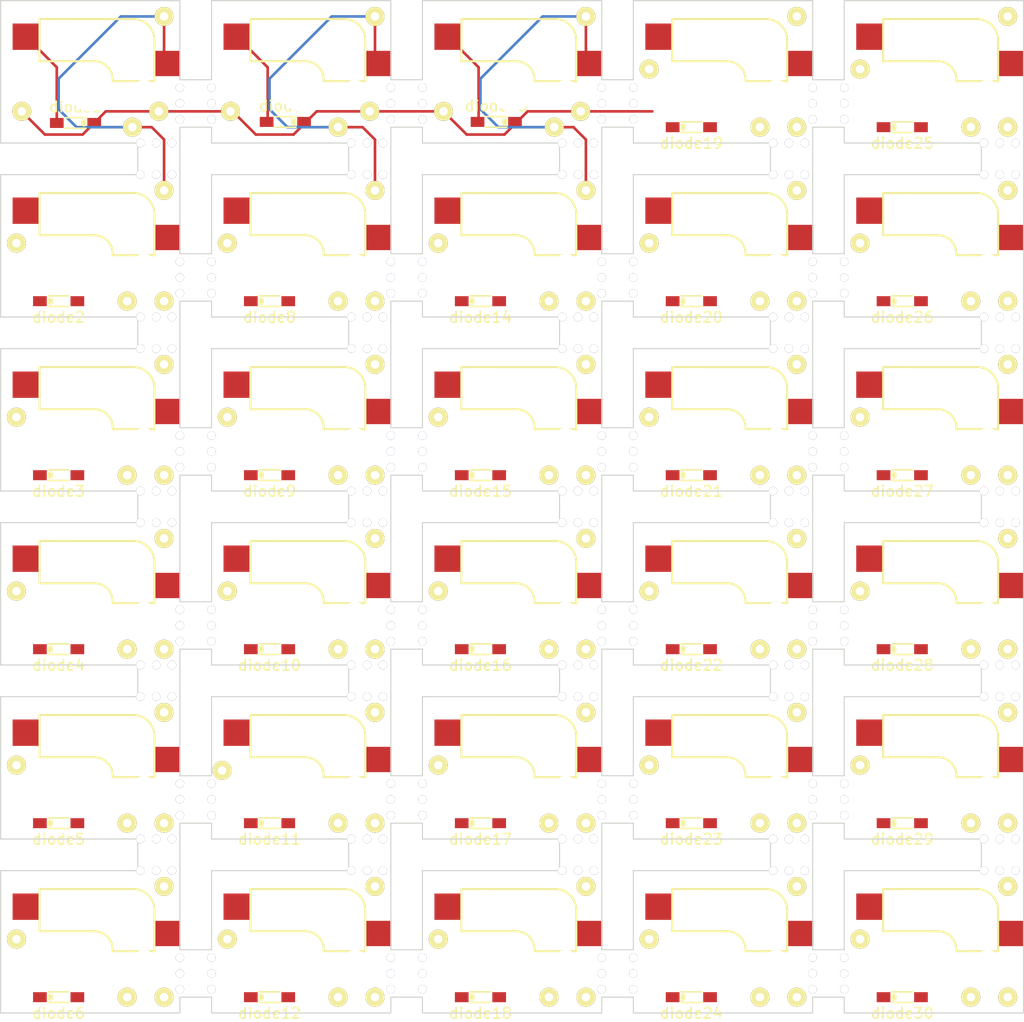
<source format=kicad_pcb>
(kicad_pcb (version 20171130) (host pcbnew 5.1.6)
  (layers (0 F.Cu signal) (31 B.Cu signal) (34 B.Paste user) (35 F.Paste user) (36 B.SilkS user) (37 F.SilkS user) (38 B.Mask user) (39 F.Mask user) (44 Edge.Cuts user))
  (net 0 "")
  (net 1 "Net-(diode1-Pad2)")
  (net 2 "Net-(diode2-Pad2)")
  (net 3 "Net-(diode3-Pad2)")
  (net 4 "Net-(diode4-Pad2)")
  (net 5 "Net-(diode5-Pad2)")
  (net 6 "Net-(diode6-Pad2)")
  (net 7 "Net-(diode7-Pad2)")
  (net 8 "Net-(diode8-Pad2)")
  (net 9 "Net-(diode9-Pad2)")
  (net 10 "Net-(diode10-Pad2)")
  (net 11 "Net-(diode11-Pad2)")
  (net 12 "Net-(diode12-Pad2)")
  (net 13 "Net-(diode13-Pad2)")
  (net 14 "Net-(diode14-Pad2)")
  (net 15 "Net-(diode15-Pad2)")
  (net 16 "Net-(diode16-Pad2)")
  (net 17 "Net-(diode17-Pad2)")
  (net 18 "Net-(diode18-Pad2)")
  (net 19 "Net-(diode19-Pad2)")
  (net 20 "Net-(diode20-Pad2)")
  (net 21 "Net-(diode21-Pad2)")
  (net 22 "Net-(diode22-Pad2)")
  (net 23 "Net-(diode23-Pad2)")
  (net 24 "Net-(diode24-Pad2)")
  (net 25 "Net-(diode25-Pad2)")
  (net 26 "Net-(diode26-Pad2)")
  (net 27 "Net-(diode27-Pad2)")
  (net 28 "Net-(diode28-Pad2)")
  (net 29 "Net-(diode29-Pad2)")
  (net 30 "Net-(diode30-Pad2)")
  (net 31 "Net-(J121-Pad1)")
  (net 32 "Net-(J123-Pad1)")
  (net 33 "Net-(J125-Pad1)")
  (net 34 "Net-(J127-Pad1)")
  (net 35 "Net-(J129-Pad1)")
  (net 36 "Net-(J171-Pad1)")
  (net 37 "Net-(J13-Pad1)")
  (net 38 "Net-(J37-Pad1)")
  (net 39 "Net-(J61-Pad1)")
  (net 40 "Net-(J85-Pad1)")
  (net 41 "Net-(J109-Pad1)")
  (module footprints:diodesmd (layer F.Cu) (at 117 126)
    (fp_text reference diode30 (at 0 1.524) (layer F.SilkS))
    (fp_text value diode)
    (pad 2 smd rect (at 1.775 0) (size 1.3 0.95) (layers F.Cu F.Paste F.Mask) (net 30 "Net-(diode30-Pad2)"))
    (pad 1 smd rect (at -1.775 0) (size 1.3 0.95) (layers F.Cu F.Paste F.Mask) (net 36 "Net-(J171-Pad1)"))
  )
  (module footprints:diodesmd (layer F.Cu) (at 117 109.5)
    (fp_text reference diode29 (at 0 1.524) (layer F.SilkS))
    (fp_text value diode)
    (pad 2 smd rect (at 1.775 0) (size 1.3 0.95) (layers F.Cu F.Paste F.Mask) (net 29 "Net-(diode29-Pad2)"))
    (pad 1 smd rect (at -1.775 0) (size 1.3 0.95) (layers F.Cu F.Paste F.Mask) (net 35 "Net-(J129-Pad1)"))
  )
  (module footprints:diodesmd (layer F.Cu) (at 117 93)
    (fp_text reference diode28 (at 0 1.524) (layer F.SilkS))
    (fp_text value diode)
    (pad 2 smd rect (at 1.775 0) (size 1.3 0.95) (layers F.Cu F.Paste F.Mask) (net 28 "Net-(diode28-Pad2)"))
    (pad 1 smd rect (at -1.775 0) (size 1.3 0.95) (layers F.Cu F.Paste F.Mask) (net 34 "Net-(J127-Pad1)"))
  )
  (module footprints:diodesmd (layer F.Cu) (at 117 76.5)
    (fp_text reference diode27 (at 0 1.524) (layer F.SilkS))
    (fp_text value diode)
    (pad 2 smd rect (at 1.775 0) (size 1.3 0.95) (layers F.Cu F.Paste F.Mask) (net 27 "Net-(diode27-Pad2)"))
    (pad 1 smd rect (at -1.775 0) (size 1.3 0.95) (layers F.Cu F.Paste F.Mask) (net 33 "Net-(J125-Pad1)"))
  )
  (module footprints:diodesmd (layer F.Cu) (at 117 60)
    (fp_text reference diode26 (at 0 1.524) (layer F.SilkS))
    (fp_text value diode)
    (pad 2 smd rect (at 1.775 0) (size 1.3 0.95) (layers F.Cu F.Paste F.Mask) (net 26 "Net-(diode26-Pad2)"))
    (pad 1 smd rect (at -1.775 0) (size 1.3 0.95) (layers F.Cu F.Paste F.Mask) (net 32 "Net-(J123-Pad1)"))
  )
  (module footprints:diodesmd (layer F.Cu) (at 117 43.5)
    (fp_text reference diode25 (at 0 1.524) (layer F.SilkS))
    (fp_text value diode)
    (pad 2 smd rect (at 1.775 0) (size 1.3 0.95) (layers F.Cu F.Paste F.Mask) (net 25 "Net-(diode25-Pad2)"))
    (pad 1 smd rect (at -1.775 0) (size 1.3 0.95) (layers F.Cu F.Paste F.Mask) (net 31 "Net-(J121-Pad1)"))
  )
  (module footprints:diodesmd (layer F.Cu) (at 97 126)
    (fp_text reference diode24 (at 0 1.524) (layer F.SilkS))
    (fp_text value diode)
    (pad 2 smd rect (at 1.775 0) (size 1.3 0.95) (layers F.Cu F.Paste F.Mask) (net 24 "Net-(diode24-Pad2)"))
    (pad 1 smd rect (at -1.775 0) (size 1.3 0.95) (layers F.Cu F.Paste F.Mask) (net 36 "Net-(J171-Pad1)"))
  )
  (module footprints:diodesmd (layer F.Cu) (at 97 109.5)
    (fp_text reference diode23 (at 0 1.524) (layer F.SilkS))
    (fp_text value diode)
    (pad 2 smd rect (at 1.775 0) (size 1.3 0.95) (layers F.Cu F.Paste F.Mask) (net 23 "Net-(diode23-Pad2)"))
    (pad 1 smd rect (at -1.775 0) (size 1.3 0.95) (layers F.Cu F.Paste F.Mask) (net 35 "Net-(J129-Pad1)"))
  )
  (module footprints:diodesmd (layer F.Cu) (at 97 93)
    (fp_text reference diode22 (at 0 1.524) (layer F.SilkS))
    (fp_text value diode)
    (pad 2 smd rect (at 1.775 0) (size 1.3 0.95) (layers F.Cu F.Paste F.Mask) (net 22 "Net-(diode22-Pad2)"))
    (pad 1 smd rect (at -1.775 0) (size 1.3 0.95) (layers F.Cu F.Paste F.Mask) (net 34 "Net-(J127-Pad1)"))
  )
  (module footprints:diodesmd (layer F.Cu) (at 97 76.5)
    (fp_text reference diode21 (at 0 1.524) (layer F.SilkS))
    (fp_text value diode)
    (pad 2 smd rect (at 1.775 0) (size 1.3 0.95) (layers F.Cu F.Paste F.Mask) (net 21 "Net-(diode21-Pad2)"))
    (pad 1 smd rect (at -1.775 0) (size 1.3 0.95) (layers F.Cu F.Paste F.Mask) (net 33 "Net-(J125-Pad1)"))
  )
  (module footprints:diodesmd (layer F.Cu) (at 97 60)
    (fp_text reference diode20 (at 0 1.524) (layer F.SilkS))
    (fp_text value diode)
    (pad 2 smd rect (at 1.775 0) (size 1.3 0.95) (layers F.Cu F.Paste F.Mask) (net 20 "Net-(diode20-Pad2)"))
    (pad 1 smd rect (at -1.775 0) (size 1.3 0.95) (layers F.Cu F.Paste F.Mask) (net 32 "Net-(J123-Pad1)"))
  )
  (module footprints:diodesmd (layer F.Cu) (at 97 43.5)
    (fp_text reference diode19 (at 0 1.524) (layer F.SilkS))
    (fp_text value diode)
    (pad 2 smd rect (at 1.775 0) (size 1.3 0.95) (layers F.Cu F.Paste F.Mask) (net 19 "Net-(diode19-Pad2)"))
    (pad 1 smd rect (at -1.775 0) (size 1.3 0.95) (layers F.Cu F.Paste F.Mask) (net 31 "Net-(J121-Pad1)"))
  )
  (module footprints:diodesmd (layer F.Cu) (at 77 126)
    (fp_text reference diode18 (at 0 1.524) (layer F.SilkS))
    (fp_text value diode)
    (pad 2 smd rect (at 1.775 0) (size 1.3 0.95) (layers F.Cu F.Paste F.Mask) (net 18 "Net-(diode18-Pad2)"))
    (pad 1 smd rect (at -1.775 0) (size 1.3 0.95) (layers F.Cu F.Paste F.Mask) (net 36 "Net-(J171-Pad1)"))
  )
  (module footprints:diodesmd (layer F.Cu) (at 77 109.5)
    (fp_text reference diode17 (at 0 1.524) (layer F.SilkS))
    (fp_text value diode)
    (pad 2 smd rect (at 1.775 0) (size 1.3 0.95) (layers F.Cu F.Paste F.Mask) (net 17 "Net-(diode17-Pad2)"))
    (pad 1 smd rect (at -1.775 0) (size 1.3 0.95) (layers F.Cu F.Paste F.Mask) (net 35 "Net-(J129-Pad1)"))
  )
  (module footprints:diodesmd (layer F.Cu) (at 77 93)
    (fp_text reference diode16 (at 0 1.524) (layer F.SilkS))
    (fp_text value diode)
    (pad 2 smd rect (at 1.775 0) (size 1.3 0.95) (layers F.Cu F.Paste F.Mask) (net 16 "Net-(diode16-Pad2)"))
    (pad 1 smd rect (at -1.775 0) (size 1.3 0.95) (layers F.Cu F.Paste F.Mask) (net 34 "Net-(J127-Pad1)"))
  )
  (module footprints:diodesmd (layer F.Cu) (at 77 76.5)
    (fp_text reference diode15 (at 0 1.524) (layer F.SilkS))
    (fp_text value diode)
    (pad 2 smd rect (at 1.775 0) (size 1.3 0.95) (layers F.Cu F.Paste F.Mask) (net 15 "Net-(diode15-Pad2)"))
    (pad 1 smd rect (at -1.775 0) (size 1.3 0.95) (layers F.Cu F.Paste F.Mask) (net 33 "Net-(J125-Pad1)"))
  )
  (module footprints:diodesmd (layer F.Cu) (at 77 60)
    (fp_text reference diode14 (at 0 1.524) (layer F.SilkS))
    (fp_text value diode)
    (pad 2 smd rect (at 1.775 0) (size 1.3 0.95) (layers F.Cu F.Paste F.Mask) (net 14 "Net-(diode14-Pad2)"))
    (pad 1 smd rect (at -1.775 0) (size 1.3 0.95) (layers F.Cu F.Paste F.Mask) (net 32 "Net-(J123-Pad1)"))
  )
  (module footprints:diodesmd (layer F.Cu) (at 78.5 43 180)
    (fp_text reference diode13 (at 0 1.524) (layer F.SilkS))
    (fp_text value diode)
    (pad 2 smd rect (at 1.775 0 180) (size 1.3 0.95) (layers F.Cu F.Paste F.Mask) (net 13 "Net-(diode13-Pad2)"))
    (pad 1 smd rect (at -1.775 0 180) (size 1.3 0.95) (layers F.Cu F.Paste F.Mask) (net 31 "Net-(J121-Pad1)"))
  )
  (module footprints:diodesmd (layer F.Cu) (at 57 126)
    (fp_text reference diode12 (at 0 1.524) (layer F.SilkS))
    (fp_text value diode)
    (pad 2 smd rect (at 1.775 0) (size 1.3 0.95) (layers F.Cu F.Paste F.Mask) (net 12 "Net-(diode12-Pad2)"))
    (pad 1 smd rect (at -1.775 0) (size 1.3 0.95) (layers F.Cu F.Paste F.Mask) (net 36 "Net-(J171-Pad1)"))
  )
  (module footprints:diodesmd (layer F.Cu) (at 57 109.5)
    (fp_text reference diode11 (at 0 1.524) (layer F.SilkS))
    (fp_text value diode)
    (pad 2 smd rect (at 1.775 0) (size 1.3 0.95) (layers F.Cu F.Paste F.Mask) (net 11 "Net-(diode11-Pad2)"))
    (pad 1 smd rect (at -1.775 0) (size 1.3 0.95) (layers F.Cu F.Paste F.Mask) (net 35 "Net-(J129-Pad1)"))
  )
  (module footprints:diodesmd (layer F.Cu) (at 57 93)
    (fp_text reference diode10 (at 0 1.524) (layer F.SilkS))
    (fp_text value diode)
    (pad 2 smd rect (at 1.775 0) (size 1.3 0.95) (layers F.Cu F.Paste F.Mask) (net 10 "Net-(diode10-Pad2)"))
    (pad 1 smd rect (at -1.775 0) (size 1.3 0.95) (layers F.Cu F.Paste F.Mask) (net 34 "Net-(J127-Pad1)"))
  )
  (module footprints:diodesmd (layer F.Cu) (at 57 76.5)
    (fp_text reference diode9 (at 0 1.524) (layer F.SilkS))
    (fp_text value diode)
    (pad 2 smd rect (at 1.775 0) (size 1.3 0.95) (layers F.Cu F.Paste F.Mask) (net 9 "Net-(diode9-Pad2)"))
    (pad 1 smd rect (at -1.775 0) (size 1.3 0.95) (layers F.Cu F.Paste F.Mask) (net 33 "Net-(J125-Pad1)"))
  )
  (module footprints:diodesmd (layer F.Cu) (at 57 60)
    (fp_text reference diode8 (at 0 1.524) (layer F.SilkS))
    (fp_text value diode)
    (pad 2 smd rect (at 1.775 0) (size 1.3 0.95) (layers F.Cu F.Paste F.Mask) (net 8 "Net-(diode8-Pad2)"))
    (pad 1 smd rect (at -1.775 0) (size 1.3 0.95) (layers F.Cu F.Paste F.Mask) (net 32 "Net-(J123-Pad1)"))
  )
  (module footprints:diodesmd (layer F.Cu) (at 58.5 43 180)
    (fp_text reference diode7 (at 0 1.524) (layer F.SilkS))
    (fp_text value diode)
    (pad 2 smd rect (at 1.775 0 180) (size 1.3 0.95) (layers F.Cu F.Paste F.Mask) (net 7 "Net-(diode7-Pad2)"))
    (pad 1 smd rect (at -1.775 0 180) (size 1.3 0.95) (layers F.Cu F.Paste F.Mask) (net 31 "Net-(J121-Pad1)"))
  )
  (module footprints:diodesmd (layer F.Cu) (at 37 126)
    (fp_text reference diode6 (at 0 1.524) (layer F.SilkS))
    (fp_text value diode)
    (pad 2 smd rect (at 1.775 0) (size 1.3 0.95) (layers F.Cu F.Paste F.Mask) (net 6 "Net-(diode6-Pad2)"))
    (pad 1 smd rect (at -1.775 0) (size 1.3 0.95) (layers F.Cu F.Paste F.Mask) (net 36 "Net-(J171-Pad1)"))
  )
  (module footprints:diodesmd (layer F.Cu) (at 37 109.5)
    (fp_text reference diode5 (at 0 1.524) (layer F.SilkS))
    (fp_text value diode)
    (pad 2 smd rect (at 1.775 0) (size 1.3 0.95) (layers F.Cu F.Paste F.Mask) (net 5 "Net-(diode5-Pad2)"))
    (pad 1 smd rect (at -1.775 0) (size 1.3 0.95) (layers F.Cu F.Paste F.Mask) (net 35 "Net-(J129-Pad1)"))
  )
  (module footprints:diodesmd (layer F.Cu) (at 37 93)
    (fp_text reference diode4 (at 0 1.524) (layer F.SilkS))
    (fp_text value diode)
    (pad 2 smd rect (at 1.775 0) (size 1.3 0.95) (layers F.Cu F.Paste F.Mask) (net 4 "Net-(diode4-Pad2)"))
    (pad 1 smd rect (at -1.775 0) (size 1.3 0.95) (layers F.Cu F.Paste F.Mask) (net 34 "Net-(J127-Pad1)"))
  )
  (module footprints:diodesmd (layer F.Cu) (at 37 76.5)
    (fp_text reference diode3 (at 0 1.524) (layer F.SilkS))
    (fp_text value diode)
    (pad 2 smd rect (at 1.775 0) (size 1.3 0.95) (layers F.Cu F.Paste F.Mask) (net 3 "Net-(diode3-Pad2)"))
    (pad 1 smd rect (at -1.775 0) (size 1.3 0.95) (layers F.Cu F.Paste F.Mask) (net 33 "Net-(J125-Pad1)"))
  )
  (module footprints:diodesmd (layer F.Cu) (at 37 60)
    (fp_text reference diode2 (at 0 1.524) (layer F.SilkS))
    (fp_text value diode)
    (pad 2 smd rect (at 1.775 0) (size 1.3 0.95) (layers F.Cu F.Paste F.Mask) (net 2 "Net-(diode2-Pad2)"))
    (pad 1 smd rect (at -1.775 0) (size 1.3 0.95) (layers F.Cu F.Paste F.Mask) (net 32 "Net-(J123-Pad1)"))
  )
  (module footprints:diodesmd (layer F.Cu) (at 38.6 43.1 180)
    (fp_text reference diode1 (at 0 1.524) (layer F.SilkS))
    (fp_text value diode)
    (pad 2 smd rect (at 1.775 0 180) (size 1.3 0.95) (layers F.Cu F.Paste F.Mask) (net 1 "Net-(diode1-Pad2)"))
    (pad 1 smd rect (at -1.775 0 180) (size 1.3 0.95) (layers F.Cu F.Paste F.Mask) (net 31 "Net-(J121-Pad1)"))
  )
  (module footprints:hole-three (layer F.Cu) (at 85.5 111)
    (fp_text reference Ref** hide)
    (fp_text value Val** hide)
    (pad "" thru_hole circle (at 2.25 0) (size 0.8 0.8) (drill 0.8) (layers *.Cu *.Mask))
    (pad "" thru_hole circle (at 0.75 0) (size 0.8 0.8) (drill 0.8) (layers *.Cu *.Mask))
    (pad "" thru_hole circle (at -0.75 0) (size 0.8 0.8) (drill 0.8) (layers *.Cu *.Mask))
  )
  (module footprints:hole-three (layer F.Cu) (at 85.5 114)
    (fp_text reference Ref** hide)
    (fp_text value Val** hide)
    (pad "" thru_hole circle (at 2.25 0) (size 0.8 0.8) (drill 0.8) (layers *.Cu *.Mask))
    (pad "" thru_hole circle (at 0.75 0) (size 0.8 0.8) (drill 0.8) (layers *.Cu *.Mask))
    (pad "" thru_hole circle (at -0.75 0) (size 0.8 0.8) (drill 0.8) (layers *.Cu *.Mask))
  )
  (module footprints:hole-three (layer F.Cu) (at 65.5 111)
    (fp_text reference Ref** hide)
    (fp_text value Val** hide)
    (pad "" thru_hole circle (at -0.75 0) (size 0.8 0.8) (drill 0.8) (layers *.Cu *.Mask))
    (pad "" thru_hole circle (at 0.75 0) (size 0.8 0.8) (drill 0.8) (layers *.Cu *.Mask))
    (pad "" thru_hole circle (at 2.25 0) (size 0.8 0.8) (drill 0.8) (layers *.Cu *.Mask))
  )
  (module footprints:hole-three (layer F.Cu) (at 65.5 114)
    (fp_text reference Ref** hide)
    (fp_text value Val** hide)
    (pad "" thru_hole circle (at -0.75 0) (size 0.8 0.8) (drill 0.8) (layers *.Cu *.Mask))
    (pad "" thru_hole circle (at 0.75 0) (size 0.8 0.8) (drill 0.8) (layers *.Cu *.Mask))
    (pad "" thru_hole circle (at 2.25 0) (size 0.8 0.8) (drill 0.8) (layers *.Cu *.Mask))
  )
  (module footprints:hole-three (layer F.Cu) (at 125.5 114)
    (fp_text reference Ref** hide)
    (fp_text value Val** hide)
    (pad "" thru_hole circle (at 2.25 0) (size 0.8 0.8) (drill 0.8) (layers *.Cu *.Mask))
    (pad "" thru_hole circle (at 0.75 0) (size 0.8 0.8) (drill 0.8) (layers *.Cu *.Mask))
    (pad "" thru_hole circle (at -0.75 0) (size 0.8 0.8) (drill 0.8) (layers *.Cu *.Mask))
  )
  (module footprints:hole-three (layer F.Cu) (at 105.5 111)
    (fp_text reference Ref** hide)
    (fp_text value Val** hide)
    (pad "" thru_hole circle (at -0.75 0) (size 0.8 0.8) (drill 0.8) (layers *.Cu *.Mask))
    (pad "" thru_hole circle (at 0.75 0) (size 0.8 0.8) (drill 0.8) (layers *.Cu *.Mask))
    (pad "" thru_hole circle (at 2.25 0) (size 0.8 0.8) (drill 0.8) (layers *.Cu *.Mask))
  )
  (module footprints:hole-three (layer F.Cu) (at 45.5 114)
    (fp_text reference Ref** hide)
    (fp_text value Val** hide)
    (pad "" thru_hole circle (at 2.25 0) (size 0.8 0.8) (drill 0.8) (layers *.Cu *.Mask))
    (pad "" thru_hole circle (at 0.75 0) (size 0.8 0.8) (drill 0.8) (layers *.Cu *.Mask))
    (pad "" thru_hole circle (at -0.75 0) (size 0.8 0.8) (drill 0.8) (layers *.Cu *.Mask))
  )
  (module footprints:hole-three (layer F.Cu) (at 105.5 114)
    (fp_text reference Ref** hide)
    (fp_text value Val** hide)
    (pad "" thru_hole circle (at -0.75 0) (size 0.8 0.8) (drill 0.8) (layers *.Cu *.Mask))
    (pad "" thru_hole circle (at 0.75 0) (size 0.8 0.8) (drill 0.8) (layers *.Cu *.Mask))
    (pad "" thru_hole circle (at 2.25 0) (size 0.8 0.8) (drill 0.8) (layers *.Cu *.Mask))
  )
  (module footprints:hole-three (layer F.Cu) (at 45.5 111)
    (fp_text reference Ref** hide)
    (fp_text value Val** hide)
    (pad "" thru_hole circle (at 2.25 0) (size 0.8 0.8) (drill 0.8) (layers *.Cu *.Mask))
    (pad "" thru_hole circle (at 0.75 0) (size 0.8 0.8) (drill 0.8) (layers *.Cu *.Mask))
    (pad "" thru_hole circle (at -0.75 0) (size 0.8 0.8) (drill 0.8) (layers *.Cu *.Mask))
  )
  (module footprints:hole-three (layer F.Cu) (at 125.5 111)
    (fp_text reference Ref** hide)
    (fp_text value Val** hide)
    (pad "" thru_hole circle (at 2.25 0) (size 0.8 0.8) (drill 0.8) (layers *.Cu *.Mask))
    (pad "" thru_hole circle (at 0.75 0) (size 0.8 0.8) (drill 0.8) (layers *.Cu *.Mask))
    (pad "" thru_hole circle (at -0.75 0) (size 0.8 0.8) (drill 0.8) (layers *.Cu *.Mask))
  )
  (module footprints:hole-three (layer F.Cu) (at 125.5 94.5)
    (fp_text reference Ref** hide)
    (fp_text value Val** hide)
    (pad "" thru_hole circle (at -0.75 0) (size 0.8 0.8) (drill 0.8) (layers *.Cu *.Mask))
    (pad "" thru_hole circle (at 0.75 0) (size 0.8 0.8) (drill 0.8) (layers *.Cu *.Mask))
    (pad "" thru_hole circle (at 2.25 0) (size 0.8 0.8) (drill 0.8) (layers *.Cu *.Mask))
  )
  (module footprints:hole-three (layer F.Cu) (at 105.5 97.5)
    (fp_text reference Ref** hide)
    (fp_text value Val** hide)
    (pad "" thru_hole circle (at 2.25 0) (size 0.8 0.8) (drill 0.8) (layers *.Cu *.Mask))
    (pad "" thru_hole circle (at 0.75 0) (size 0.8 0.8) (drill 0.8) (layers *.Cu *.Mask))
    (pad "" thru_hole circle (at -0.75 0) (size 0.8 0.8) (drill 0.8) (layers *.Cu *.Mask))
  )
  (module footprints:hole-three (layer F.Cu) (at 85.5 97.5)
    (fp_text reference Ref** hide)
    (fp_text value Val** hide)
    (pad "" thru_hole circle (at -0.75 0) (size 0.8 0.8) (drill 0.8) (layers *.Cu *.Mask))
    (pad "" thru_hole circle (at 0.75 0) (size 0.8 0.8) (drill 0.8) (layers *.Cu *.Mask))
    (pad "" thru_hole circle (at 2.25 0) (size 0.8 0.8) (drill 0.8) (layers *.Cu *.Mask))
  )
  (module footprints:hole-three (layer F.Cu) (at 105.5 94.5)
    (fp_text reference Ref** hide)
    (fp_text value Val** hide)
    (pad "" thru_hole circle (at 2.25 0) (size 0.8 0.8) (drill 0.8) (layers *.Cu *.Mask))
    (pad "" thru_hole circle (at 0.75 0) (size 0.8 0.8) (drill 0.8) (layers *.Cu *.Mask))
    (pad "" thru_hole circle (at -0.75 0) (size 0.8 0.8) (drill 0.8) (layers *.Cu *.Mask))
  )
  (module footprints:hole-three (layer F.Cu) (at 45.5 97.5)
    (fp_text reference Ref** hide)
    (fp_text value Val** hide)
    (pad "" thru_hole circle (at -0.75 0) (size 0.8 0.8) (drill 0.8) (layers *.Cu *.Mask))
    (pad "" thru_hole circle (at 0.75 0) (size 0.8 0.8) (drill 0.8) (layers *.Cu *.Mask))
    (pad "" thru_hole circle (at 2.25 0) (size 0.8 0.8) (drill 0.8) (layers *.Cu *.Mask))
  )
  (module footprints:hole-three (layer F.Cu) (at 45.5 94.5)
    (fp_text reference Ref** hide)
    (fp_text value Val** hide)
    (pad "" thru_hole circle (at -0.75 0) (size 0.8 0.8) (drill 0.8) (layers *.Cu *.Mask))
    (pad "" thru_hole circle (at 0.75 0) (size 0.8 0.8) (drill 0.8) (layers *.Cu *.Mask))
    (pad "" thru_hole circle (at 2.25 0) (size 0.8 0.8) (drill 0.8) (layers *.Cu *.Mask))
  )
  (module footprints:hole-three (layer F.Cu) (at 65.5 94.5)
    (fp_text reference Ref** hide)
    (fp_text value Val** hide)
    (pad "" thru_hole circle (at 2.25 0) (size 0.8 0.8) (drill 0.8) (layers *.Cu *.Mask))
    (pad "" thru_hole circle (at 0.75 0) (size 0.8 0.8) (drill 0.8) (layers *.Cu *.Mask))
    (pad "" thru_hole circle (at -0.75 0) (size 0.8 0.8) (drill 0.8) (layers *.Cu *.Mask))
  )
  (module footprints:hole-three (layer F.Cu) (at 85.5 94.5)
    (fp_text reference Ref** hide)
    (fp_text value Val** hide)
    (pad "" thru_hole circle (at -0.75 0) (size 0.8 0.8) (drill 0.8) (layers *.Cu *.Mask))
    (pad "" thru_hole circle (at 0.75 0) (size 0.8 0.8) (drill 0.8) (layers *.Cu *.Mask))
    (pad "" thru_hole circle (at 2.25 0) (size 0.8 0.8) (drill 0.8) (layers *.Cu *.Mask))
  )
  (module footprints:hole-three (layer F.Cu) (at 65.5 97.5)
    (fp_text reference Ref** hide)
    (fp_text value Val** hide)
    (pad "" thru_hole circle (at 2.25 0) (size 0.8 0.8) (drill 0.8) (layers *.Cu *.Mask))
    (pad "" thru_hole circle (at 0.75 0) (size 0.8 0.8) (drill 0.8) (layers *.Cu *.Mask))
    (pad "" thru_hole circle (at -0.75 0) (size 0.8 0.8) (drill 0.8) (layers *.Cu *.Mask))
  )
  (module footprints:hole-three (layer F.Cu) (at 125.5 97.5)
    (fp_text reference Ref** hide)
    (fp_text value Val** hide)
    (pad "" thru_hole circle (at -0.75 0) (size 0.8 0.8) (drill 0.8) (layers *.Cu *.Mask))
    (pad "" thru_hole circle (at 0.75 0) (size 0.8 0.8) (drill 0.8) (layers *.Cu *.Mask))
    (pad "" thru_hole circle (at 2.25 0) (size 0.8 0.8) (drill 0.8) (layers *.Cu *.Mask))
  )
  (module footprints:hole-three (layer F.Cu) (at 85.5 81)
    (fp_text reference Ref** hide)
    (fp_text value Val** hide)
    (pad "" thru_hole circle (at 2.25 0) (size 0.8 0.8) (drill 0.8) (layers *.Cu *.Mask))
    (pad "" thru_hole circle (at 0.75 0) (size 0.8 0.8) (drill 0.8) (layers *.Cu *.Mask))
    (pad "" thru_hole circle (at -0.75 0) (size 0.8 0.8) (drill 0.8) (layers *.Cu *.Mask))
  )
  (module footprints:hole-three (layer F.Cu) (at 125.5 81)
    (fp_text reference Ref** hide)
    (fp_text value Val** hide)
    (pad "" thru_hole circle (at 2.25 0) (size 0.8 0.8) (drill 0.8) (layers *.Cu *.Mask))
    (pad "" thru_hole circle (at 0.75 0) (size 0.8 0.8) (drill 0.8) (layers *.Cu *.Mask))
    (pad "" thru_hole circle (at -0.75 0) (size 0.8 0.8) (drill 0.8) (layers *.Cu *.Mask))
  )
  (module footprints:hole-three (layer F.Cu) (at 105.5 81)
    (fp_text reference Ref** hide)
    (fp_text value Val** hide)
    (pad "" thru_hole circle (at -0.75 0) (size 0.8 0.8) (drill 0.8) (layers *.Cu *.Mask))
    (pad "" thru_hole circle (at 0.75 0) (size 0.8 0.8) (drill 0.8) (layers *.Cu *.Mask))
    (pad "" thru_hole circle (at 2.25 0) (size 0.8 0.8) (drill 0.8) (layers *.Cu *.Mask))
  )
  (module footprints:hole-three (layer F.Cu) (at 45.5 81)
    (fp_text reference Ref** hide)
    (fp_text value Val** hide)
    (pad "" thru_hole circle (at 2.25 0) (size 0.8 0.8) (drill 0.8) (layers *.Cu *.Mask))
    (pad "" thru_hole circle (at 0.75 0) (size 0.8 0.8) (drill 0.8) (layers *.Cu *.Mask))
    (pad "" thru_hole circle (at -0.75 0) (size 0.8 0.8) (drill 0.8) (layers *.Cu *.Mask))
  )
  (module footprints:hole-three (layer F.Cu) (at 85.5 78)
    (fp_text reference Ref** hide)
    (fp_text value Val** hide)
    (pad "" thru_hole circle (at 2.25 0) (size 0.8 0.8) (drill 0.8) (layers *.Cu *.Mask))
    (pad "" thru_hole circle (at 0.75 0) (size 0.8 0.8) (drill 0.8) (layers *.Cu *.Mask))
    (pad "" thru_hole circle (at -0.75 0) (size 0.8 0.8) (drill 0.8) (layers *.Cu *.Mask))
  )
  (module footprints:hole-three (layer F.Cu) (at 45.5 78)
    (fp_text reference Ref** hide)
    (fp_text value Val** hide)
    (pad "" thru_hole circle (at 2.25 0) (size 0.8 0.8) (drill 0.8) (layers *.Cu *.Mask))
    (pad "" thru_hole circle (at 0.75 0) (size 0.8 0.8) (drill 0.8) (layers *.Cu *.Mask))
    (pad "" thru_hole circle (at -0.75 0) (size 0.8 0.8) (drill 0.8) (layers *.Cu *.Mask))
  )
  (module footprints:hole-three (layer F.Cu) (at 105.5 78)
    (fp_text reference Ref** hide)
    (fp_text value Val** hide)
    (pad "" thru_hole circle (at -0.75 0) (size 0.8 0.8) (drill 0.8) (layers *.Cu *.Mask))
    (pad "" thru_hole circle (at 0.75 0) (size 0.8 0.8) (drill 0.8) (layers *.Cu *.Mask))
    (pad "" thru_hole circle (at 2.25 0) (size 0.8 0.8) (drill 0.8) (layers *.Cu *.Mask))
  )
  (module footprints:hole-three (layer F.Cu) (at 125.5 78)
    (fp_text reference Ref** hide)
    (fp_text value Val** hide)
    (pad "" thru_hole circle (at 2.25 0) (size 0.8 0.8) (drill 0.8) (layers *.Cu *.Mask))
    (pad "" thru_hole circle (at 0.75 0) (size 0.8 0.8) (drill 0.8) (layers *.Cu *.Mask))
    (pad "" thru_hole circle (at -0.75 0) (size 0.8 0.8) (drill 0.8) (layers *.Cu *.Mask))
  )
  (module footprints:hole-three (layer F.Cu) (at 65.5 78)
    (fp_text reference Ref** hide)
    (fp_text value Val** hide)
    (pad "" thru_hole circle (at -0.75 0) (size 0.8 0.8) (drill 0.8) (layers *.Cu *.Mask))
    (pad "" thru_hole circle (at 0.75 0) (size 0.8 0.8) (drill 0.8) (layers *.Cu *.Mask))
    (pad "" thru_hole circle (at 2.25 0) (size 0.8 0.8) (drill 0.8) (layers *.Cu *.Mask))
  )
  (module footprints:hole-three (layer F.Cu) (at 65.5 81)
    (fp_text reference Ref** hide)
    (fp_text value Val** hide)
    (pad "" thru_hole circle (at -0.75 0) (size 0.8 0.8) (drill 0.8) (layers *.Cu *.Mask))
    (pad "" thru_hole circle (at 0.75 0) (size 0.8 0.8) (drill 0.8) (layers *.Cu *.Mask))
    (pad "" thru_hole circle (at 2.25 0) (size 0.8 0.8) (drill 0.8) (layers *.Cu *.Mask))
  )
  (module footprints:hole-three (layer F.Cu) (at 105.5 64.5)
    (fp_text reference Ref** hide)
    (fp_text value Val** hide)
    (pad "" thru_hole circle (at 2.25 0) (size 0.8 0.8) (drill 0.8) (layers *.Cu *.Mask))
    (pad "" thru_hole circle (at 0.75 0) (size 0.8 0.8) (drill 0.8) (layers *.Cu *.Mask))
    (pad "" thru_hole circle (at -0.75 0) (size 0.8 0.8) (drill 0.8) (layers *.Cu *.Mask))
  )
  (module footprints:hole-three (layer F.Cu) (at 45.5 61.5)
    (fp_text reference Ref** hide)
    (fp_text value Val** hide)
    (pad "" thru_hole circle (at -0.75 0) (size 0.8 0.8) (drill 0.8) (layers *.Cu *.Mask))
    (pad "" thru_hole circle (at 0.75 0) (size 0.8 0.8) (drill 0.8) (layers *.Cu *.Mask))
    (pad "" thru_hole circle (at 2.25 0) (size 0.8 0.8) (drill 0.8) (layers *.Cu *.Mask))
  )
  (module footprints:hole-three (layer F.Cu) (at 65.5 61.5)
    (fp_text reference Ref** hide)
    (fp_text value Val** hide)
    (pad "" thru_hole circle (at 2.25 0) (size 0.8 0.8) (drill 0.8) (layers *.Cu *.Mask))
    (pad "" thru_hole circle (at 0.75 0) (size 0.8 0.8) (drill 0.8) (layers *.Cu *.Mask))
    (pad "" thru_hole circle (at -0.75 0) (size 0.8 0.8) (drill 0.8) (layers *.Cu *.Mask))
  )
  (module footprints:hole-three (layer F.Cu) (at 85.5 61.5)
    (fp_text reference Ref** hide)
    (fp_text value Val** hide)
    (pad "" thru_hole circle (at -0.75 0) (size 0.8 0.8) (drill 0.8) (layers *.Cu *.Mask))
    (pad "" thru_hole circle (at 0.75 0) (size 0.8 0.8) (drill 0.8) (layers *.Cu *.Mask))
    (pad "" thru_hole circle (at 2.25 0) (size 0.8 0.8) (drill 0.8) (layers *.Cu *.Mask))
  )
  (module footprints:hole-three (layer F.Cu) (at 45.5 64.5)
    (fp_text reference Ref** hide)
    (fp_text value Val** hide)
    (pad "" thru_hole circle (at -0.75 0) (size 0.8 0.8) (drill 0.8) (layers *.Cu *.Mask))
    (pad "" thru_hole circle (at 0.75 0) (size 0.8 0.8) (drill 0.8) (layers *.Cu *.Mask))
    (pad "" thru_hole circle (at 2.25 0) (size 0.8 0.8) (drill 0.8) (layers *.Cu *.Mask))
  )
  (module footprints:hole-three (layer F.Cu) (at 125.5 61.5)
    (fp_text reference Ref** hide)
    (fp_text value Val** hide)
    (pad "" thru_hole circle (at -0.75 0) (size 0.8 0.8) (drill 0.8) (layers *.Cu *.Mask))
    (pad "" thru_hole circle (at 0.75 0) (size 0.8 0.8) (drill 0.8) (layers *.Cu *.Mask))
    (pad "" thru_hole circle (at 2.25 0) (size 0.8 0.8) (drill 0.8) (layers *.Cu *.Mask))
  )
  (module footprints:hole-three (layer F.Cu) (at 85.5 64.5)
    (fp_text reference Ref** hide)
    (fp_text value Val** hide)
    (pad "" thru_hole circle (at -0.75 0) (size 0.8 0.8) (drill 0.8) (layers *.Cu *.Mask))
    (pad "" thru_hole circle (at 0.75 0) (size 0.8 0.8) (drill 0.8) (layers *.Cu *.Mask))
    (pad "" thru_hole circle (at 2.25 0) (size 0.8 0.8) (drill 0.8) (layers *.Cu *.Mask))
  )
  (module footprints:hole-three (layer F.Cu) (at 125.5 64.5)
    (fp_text reference Ref** hide)
    (fp_text value Val** hide)
    (pad "" thru_hole circle (at -0.75 0) (size 0.8 0.8) (drill 0.8) (layers *.Cu *.Mask))
    (pad "" thru_hole circle (at 0.75 0) (size 0.8 0.8) (drill 0.8) (layers *.Cu *.Mask))
    (pad "" thru_hole circle (at 2.25 0) (size 0.8 0.8) (drill 0.8) (layers *.Cu *.Mask))
  )
  (module footprints:hole-three (layer F.Cu) (at 65.5 64.5)
    (fp_text reference Ref** hide)
    (fp_text value Val** hide)
    (pad "" thru_hole circle (at 2.25 0) (size 0.8 0.8) (drill 0.8) (layers *.Cu *.Mask))
    (pad "" thru_hole circle (at 0.75 0) (size 0.8 0.8) (drill 0.8) (layers *.Cu *.Mask))
    (pad "" thru_hole circle (at -0.75 0) (size 0.8 0.8) (drill 0.8) (layers *.Cu *.Mask))
  )
  (module footprints:hole-three (layer F.Cu) (at 105.5 61.5)
    (fp_text reference Ref** hide)
    (fp_text value Val** hide)
    (pad "" thru_hole circle (at 2.25 0) (size 0.8 0.8) (drill 0.8) (layers *.Cu *.Mask))
    (pad "" thru_hole circle (at 0.75 0) (size 0.8 0.8) (drill 0.8) (layers *.Cu *.Mask))
    (pad "" thru_hole circle (at -0.75 0) (size 0.8 0.8) (drill 0.8) (layers *.Cu *.Mask))
  )
  (module footprints:hole-three (layer F.Cu) (at 108.5 124.5 90)
    (fp_text reference Ref** hide)
    (fp_text value Val** hide)
    (pad "" thru_hole circle (at 2.25 0 90) (size 0.8 0.8) (drill 0.8) (layers *.Cu *.Mask))
    (pad "" thru_hole circle (at 0.75 0 90) (size 0.8 0.8) (drill 0.8) (layers *.Cu *.Mask))
    (pad "" thru_hole circle (at -0.75 0 90) (size 0.8 0.8) (drill 0.8) (layers *.Cu *.Mask))
  )
  (module footprints:hole-three (layer F.Cu) (at 108.5 75 90)
    (fp_text reference Ref** hide)
    (fp_text value Val** hide)
    (pad "" thru_hole circle (at -0.75 0 90) (size 0.8 0.8) (drill 0.8) (layers *.Cu *.Mask))
    (pad "" thru_hole circle (at 0.75 0 90) (size 0.8 0.8) (drill 0.8) (layers *.Cu *.Mask))
    (pad "" thru_hole circle (at 2.25 0 90) (size 0.8 0.8) (drill 0.8) (layers *.Cu *.Mask))
  )
  (module footprints:hole-three (layer F.Cu) (at 111.5 108 90)
    (fp_text reference Ref** hide)
    (fp_text value Val** hide)
    (pad "" thru_hole circle (at -0.75 0 90) (size 0.8 0.8) (drill 0.8) (layers *.Cu *.Mask))
    (pad "" thru_hole circle (at 0.75 0 90) (size 0.8 0.8) (drill 0.8) (layers *.Cu *.Mask))
    (pad "" thru_hole circle (at 2.25 0 90) (size 0.8 0.8) (drill 0.8) (layers *.Cu *.Mask))
  )
  (module footprints:hole-three (layer F.Cu) (at 108.5 42 90)
    (fp_text reference Ref** hide)
    (fp_text value Val** hide)
    (pad "" thru_hole circle (at -0.75 0 90) (size 0.8 0.8) (drill 0.8) (layers *.Cu *.Mask))
    (pad "" thru_hole circle (at 0.75 0 90) (size 0.8 0.8) (drill 0.8) (layers *.Cu *.Mask))
    (pad "" thru_hole circle (at 2.25 0 90) (size 0.8 0.8) (drill 0.8) (layers *.Cu *.Mask))
  )
  (module footprints:hole-three (layer F.Cu) (at 108.5 108 90)
    (fp_text reference Ref** hide)
    (fp_text value Val** hide)
    (pad "" thru_hole circle (at -0.75 0 90) (size 0.8 0.8) (drill 0.8) (layers *.Cu *.Mask))
    (pad "" thru_hole circle (at 0.75 0 90) (size 0.8 0.8) (drill 0.8) (layers *.Cu *.Mask))
    (pad "" thru_hole circle (at 2.25 0 90) (size 0.8 0.8) (drill 0.8) (layers *.Cu *.Mask))
  )
  (module footprints:hole-three (layer F.Cu) (at 111.5 75 90)
    (fp_text reference Ref** hide)
    (fp_text value Val** hide)
    (pad "" thru_hole circle (at -0.75 0 90) (size 0.8 0.8) (drill 0.8) (layers *.Cu *.Mask))
    (pad "" thru_hole circle (at 0.75 0 90) (size 0.8 0.8) (drill 0.8) (layers *.Cu *.Mask))
    (pad "" thru_hole circle (at 2.25 0 90) (size 0.8 0.8) (drill 0.8) (layers *.Cu *.Mask))
  )
  (module footprints:hole-three (layer F.Cu) (at 111.5 91.5 90)
    (fp_text reference Ref** hide)
    (fp_text value Val** hide)
    (pad "" thru_hole circle (at 2.25 0 90) (size 0.8 0.8) (drill 0.8) (layers *.Cu *.Mask))
    (pad "" thru_hole circle (at 0.75 0 90) (size 0.8 0.8) (drill 0.8) (layers *.Cu *.Mask))
    (pad "" thru_hole circle (at -0.75 0 90) (size 0.8 0.8) (drill 0.8) (layers *.Cu *.Mask))
  )
  (module footprints:hole-three (layer F.Cu) (at 111.5 42 90)
    (fp_text reference Ref** hide)
    (fp_text value Val** hide)
    (pad "" thru_hole circle (at -0.75 0 90) (size 0.8 0.8) (drill 0.8) (layers *.Cu *.Mask))
    (pad "" thru_hole circle (at 0.75 0 90) (size 0.8 0.8) (drill 0.8) (layers *.Cu *.Mask))
    (pad "" thru_hole circle (at 2.25 0 90) (size 0.8 0.8) (drill 0.8) (layers *.Cu *.Mask))
  )
  (module footprints:hole-three (layer F.Cu) (at 108.5 91.5 90)
    (fp_text reference Ref** hide)
    (fp_text value Val** hide)
    (pad "" thru_hole circle (at 2.25 0 90) (size 0.8 0.8) (drill 0.8) (layers *.Cu *.Mask))
    (pad "" thru_hole circle (at 0.75 0 90) (size 0.8 0.8) (drill 0.8) (layers *.Cu *.Mask))
    (pad "" thru_hole circle (at -0.75 0 90) (size 0.8 0.8) (drill 0.8) (layers *.Cu *.Mask))
  )
  (module footprints:hole-three (layer F.Cu) (at 111.5 58.5 90)
    (fp_text reference Ref** hide)
    (fp_text value Val** hide)
    (pad "" thru_hole circle (at 2.25 0 90) (size 0.8 0.8) (drill 0.8) (layers *.Cu *.Mask))
    (pad "" thru_hole circle (at 0.75 0 90) (size 0.8 0.8) (drill 0.8) (layers *.Cu *.Mask))
    (pad "" thru_hole circle (at -0.75 0 90) (size 0.8 0.8) (drill 0.8) (layers *.Cu *.Mask))
  )
  (module footprints:hole-three (layer F.Cu) (at 108.5 58.5 90)
    (fp_text reference Ref** hide)
    (fp_text value Val** hide)
    (pad "" thru_hole circle (at 2.25 0 90) (size 0.8 0.8) (drill 0.8) (layers *.Cu *.Mask))
    (pad "" thru_hole circle (at 0.75 0 90) (size 0.8 0.8) (drill 0.8) (layers *.Cu *.Mask))
    (pad "" thru_hole circle (at -0.75 0 90) (size 0.8 0.8) (drill 0.8) (layers *.Cu *.Mask))
  )
  (module footprints:hole-three (layer F.Cu) (at 111.5 124.5 90)
    (fp_text reference Ref** hide)
    (fp_text value Val** hide)
    (pad "" thru_hole circle (at 2.25 0 90) (size 0.8 0.8) (drill 0.8) (layers *.Cu *.Mask))
    (pad "" thru_hole circle (at 0.75 0 90) (size 0.8 0.8) (drill 0.8) (layers *.Cu *.Mask))
    (pad "" thru_hole circle (at -0.75 0 90) (size 0.8 0.8) (drill 0.8) (layers *.Cu *.Mask))
  )
  (module footprints:hole-three (layer F.Cu) (at 88.5 42 90)
    (fp_text reference Ref** hide)
    (fp_text value Val** hide)
    (pad "" thru_hole circle (at 2.25 0 90) (size 0.8 0.8) (drill 0.8) (layers *.Cu *.Mask))
    (pad "" thru_hole circle (at 0.75 0 90) (size 0.8 0.8) (drill 0.8) (layers *.Cu *.Mask))
    (pad "" thru_hole circle (at -0.75 0 90) (size 0.8 0.8) (drill 0.8) (layers *.Cu *.Mask))
  )
  (module footprints:hole-three (layer F.Cu) (at 91.5 58.5 90)
    (fp_text reference Ref** hide)
    (fp_text value Val** hide)
    (pad "" thru_hole circle (at -0.75 0 90) (size 0.8 0.8) (drill 0.8) (layers *.Cu *.Mask))
    (pad "" thru_hole circle (at 0.75 0 90) (size 0.8 0.8) (drill 0.8) (layers *.Cu *.Mask))
    (pad "" thru_hole circle (at 2.25 0 90) (size 0.8 0.8) (drill 0.8) (layers *.Cu *.Mask))
  )
  (module footprints:hole-three (layer F.Cu) (at 88.5 91.5 90)
    (fp_text reference Ref** hide)
    (fp_text value Val** hide)
    (pad "" thru_hole circle (at -0.75 0 90) (size 0.8 0.8) (drill 0.8) (layers *.Cu *.Mask))
    (pad "" thru_hole circle (at 0.75 0 90) (size 0.8 0.8) (drill 0.8) (layers *.Cu *.Mask))
    (pad "" thru_hole circle (at 2.25 0 90) (size 0.8 0.8) (drill 0.8) (layers *.Cu *.Mask))
  )
  (module footprints:hole-three (layer F.Cu) (at 91.5 75 90)
    (fp_text reference Ref** hide)
    (fp_text value Val** hide)
    (pad "" thru_hole circle (at 2.25 0 90) (size 0.8 0.8) (drill 0.8) (layers *.Cu *.Mask))
    (pad "" thru_hole circle (at 0.75 0 90) (size 0.8 0.8) (drill 0.8) (layers *.Cu *.Mask))
    (pad "" thru_hole circle (at -0.75 0 90) (size 0.8 0.8) (drill 0.8) (layers *.Cu *.Mask))
  )
  (module footprints:hole-three (layer F.Cu) (at 91.5 42 90)
    (fp_text reference Ref** hide)
    (fp_text value Val** hide)
    (pad "" thru_hole circle (at 2.25 0 90) (size 0.8 0.8) (drill 0.8) (layers *.Cu *.Mask))
    (pad "" thru_hole circle (at 0.75 0 90) (size 0.8 0.8) (drill 0.8) (layers *.Cu *.Mask))
    (pad "" thru_hole circle (at -0.75 0 90) (size 0.8 0.8) (drill 0.8) (layers *.Cu *.Mask))
  )
  (module footprints:hole-three (layer F.Cu) (at 88.5 75 90)
    (fp_text reference Ref** hide)
    (fp_text value Val** hide)
    (pad "" thru_hole circle (at 2.25 0 90) (size 0.8 0.8) (drill 0.8) (layers *.Cu *.Mask))
    (pad "" thru_hole circle (at 0.75 0 90) (size 0.8 0.8) (drill 0.8) (layers *.Cu *.Mask))
    (pad "" thru_hole circle (at -0.75 0 90) (size 0.8 0.8) (drill 0.8) (layers *.Cu *.Mask))
  )
  (module footprints:hole-three (layer F.Cu) (at 88.5 108 90)
    (fp_text reference Ref** hide)
    (fp_text value Val** hide)
    (pad "" thru_hole circle (at 2.25 0 90) (size 0.8 0.8) (drill 0.8) (layers *.Cu *.Mask))
    (pad "" thru_hole circle (at 0.75 0 90) (size 0.8 0.8) (drill 0.8) (layers *.Cu *.Mask))
    (pad "" thru_hole circle (at -0.75 0 90) (size 0.8 0.8) (drill 0.8) (layers *.Cu *.Mask))
  )
  (module footprints:hole-three (layer F.Cu) (at 88.5 58.5 90)
    (fp_text reference Ref** hide)
    (fp_text value Val** hide)
    (pad "" thru_hole circle (at -0.75 0 90) (size 0.8 0.8) (drill 0.8) (layers *.Cu *.Mask))
    (pad "" thru_hole circle (at 0.75 0 90) (size 0.8 0.8) (drill 0.8) (layers *.Cu *.Mask))
    (pad "" thru_hole circle (at 2.25 0 90) (size 0.8 0.8) (drill 0.8) (layers *.Cu *.Mask))
  )
  (module footprints:hole-three (layer F.Cu) (at 91.5 91.5 90)
    (fp_text reference Ref** hide)
    (fp_text value Val** hide)
    (pad "" thru_hole circle (at -0.75 0 90) (size 0.8 0.8) (drill 0.8) (layers *.Cu *.Mask))
    (pad "" thru_hole circle (at 0.75 0 90) (size 0.8 0.8) (drill 0.8) (layers *.Cu *.Mask))
    (pad "" thru_hole circle (at 2.25 0 90) (size 0.8 0.8) (drill 0.8) (layers *.Cu *.Mask))
  )
  (module footprints:hole-three (layer F.Cu) (at 91.5 124.5 90)
    (fp_text reference Ref** hide)
    (fp_text value Val** hide)
    (pad "" thru_hole circle (at -0.75 0 90) (size 0.8 0.8) (drill 0.8) (layers *.Cu *.Mask))
    (pad "" thru_hole circle (at 0.75 0 90) (size 0.8 0.8) (drill 0.8) (layers *.Cu *.Mask))
    (pad "" thru_hole circle (at 2.25 0 90) (size 0.8 0.8) (drill 0.8) (layers *.Cu *.Mask))
  )
  (module footprints:hole-three (layer F.Cu) (at 91.5 108 90)
    (fp_text reference Ref** hide)
    (fp_text value Val** hide)
    (pad "" thru_hole circle (at 2.25 0 90) (size 0.8 0.8) (drill 0.8) (layers *.Cu *.Mask))
    (pad "" thru_hole circle (at 0.75 0 90) (size 0.8 0.8) (drill 0.8) (layers *.Cu *.Mask))
    (pad "" thru_hole circle (at -0.75 0 90) (size 0.8 0.8) (drill 0.8) (layers *.Cu *.Mask))
  )
  (module footprints:hole-three (layer F.Cu) (at 88.5 124.5 90)
    (fp_text reference Ref** hide)
    (fp_text value Val** hide)
    (pad "" thru_hole circle (at -0.75 0 90) (size 0.8 0.8) (drill 0.8) (layers *.Cu *.Mask))
    (pad "" thru_hole circle (at 0.75 0 90) (size 0.8 0.8) (drill 0.8) (layers *.Cu *.Mask))
    (pad "" thru_hole circle (at 2.25 0 90) (size 0.8 0.8) (drill 0.8) (layers *.Cu *.Mask))
  )
  (module footprints:hole-three (layer F.Cu) (at 68.5 75 90)
    (fp_text reference Ref** hide)
    (fp_text value Val** hide)
    (pad "" thru_hole circle (at -0.75 0 90) (size 0.8 0.8) (drill 0.8) (layers *.Cu *.Mask))
    (pad "" thru_hole circle (at 0.75 0 90) (size 0.8 0.8) (drill 0.8) (layers *.Cu *.Mask))
    (pad "" thru_hole circle (at 2.25 0 90) (size 0.8 0.8) (drill 0.8) (layers *.Cu *.Mask))
  )
  (module footprints:hole-three (layer F.Cu) (at 68.5 91.5 90)
    (fp_text reference Ref** hide)
    (fp_text value Val** hide)
    (pad "" thru_hole circle (at 2.25 0 90) (size 0.8 0.8) (drill 0.8) (layers *.Cu *.Mask))
    (pad "" thru_hole circle (at 0.75 0 90) (size 0.8 0.8) (drill 0.8) (layers *.Cu *.Mask))
    (pad "" thru_hole circle (at -0.75 0 90) (size 0.8 0.8) (drill 0.8) (layers *.Cu *.Mask))
  )
  (module footprints:hole-three (layer F.Cu) (at 68.5 58.5 90)
    (fp_text reference Ref** hide)
    (fp_text value Val** hide)
    (pad "" thru_hole circle (at 2.25 0 90) (size 0.8 0.8) (drill 0.8) (layers *.Cu *.Mask))
    (pad "" thru_hole circle (at 0.75 0 90) (size 0.8 0.8) (drill 0.8) (layers *.Cu *.Mask))
    (pad "" thru_hole circle (at -0.75 0 90) (size 0.8 0.8) (drill 0.8) (layers *.Cu *.Mask))
  )
  (module footprints:hole-three (layer F.Cu) (at 68.5 108 90)
    (fp_text reference Ref** hide)
    (fp_text value Val** hide)
    (pad "" thru_hole circle (at -0.75 0 90) (size 0.8 0.8) (drill 0.8) (layers *.Cu *.Mask))
    (pad "" thru_hole circle (at 0.75 0 90) (size 0.8 0.8) (drill 0.8) (layers *.Cu *.Mask))
    (pad "" thru_hole circle (at 2.25 0 90) (size 0.8 0.8) (drill 0.8) (layers *.Cu *.Mask))
  )
  (module footprints:hole-three (layer F.Cu) (at 71.5 124.5 90)
    (fp_text reference Ref** hide)
    (fp_text value Val** hide)
    (pad "" thru_hole circle (at 2.25 0 90) (size 0.8 0.8) (drill 0.8) (layers *.Cu *.Mask))
    (pad "" thru_hole circle (at 0.75 0 90) (size 0.8 0.8) (drill 0.8) (layers *.Cu *.Mask))
    (pad "" thru_hole circle (at -0.75 0 90) (size 0.8 0.8) (drill 0.8) (layers *.Cu *.Mask))
  )
  (module footprints:hole-three (layer F.Cu) (at 68.5 124.5 90)
    (fp_text reference Ref** hide)
    (fp_text value Val** hide)
    (pad "" thru_hole circle (at 2.25 0 90) (size 0.8 0.8) (drill 0.8) (layers *.Cu *.Mask))
    (pad "" thru_hole circle (at 0.75 0 90) (size 0.8 0.8) (drill 0.8) (layers *.Cu *.Mask))
    (pad "" thru_hole circle (at -0.75 0 90) (size 0.8 0.8) (drill 0.8) (layers *.Cu *.Mask))
  )
  (module footprints:hole-three (layer F.Cu) (at 71.5 108 90)
    (fp_text reference Ref** hide)
    (fp_text value Val** hide)
    (pad "" thru_hole circle (at -0.75 0 90) (size 0.8 0.8) (drill 0.8) (layers *.Cu *.Mask))
    (pad "" thru_hole circle (at 0.75 0 90) (size 0.8 0.8) (drill 0.8) (layers *.Cu *.Mask))
    (pad "" thru_hole circle (at 2.25 0 90) (size 0.8 0.8) (drill 0.8) (layers *.Cu *.Mask))
  )
  (module footprints:hole-three (layer F.Cu) (at 71.5 58.5 90)
    (fp_text reference Ref** hide)
    (fp_text value Val** hide)
    (pad "" thru_hole circle (at 2.25 0 90) (size 0.8 0.8) (drill 0.8) (layers *.Cu *.Mask))
    (pad "" thru_hole circle (at 0.75 0 90) (size 0.8 0.8) (drill 0.8) (layers *.Cu *.Mask))
    (pad "" thru_hole circle (at -0.75 0 90) (size 0.8 0.8) (drill 0.8) (layers *.Cu *.Mask))
  )
  (module footprints:hole-three (layer F.Cu) (at 71.5 42 90)
    (fp_text reference Ref** hide)
    (fp_text value Val** hide)
    (pad "" thru_hole circle (at -0.75 0 90) (size 0.8 0.8) (drill 0.8) (layers *.Cu *.Mask))
    (pad "" thru_hole circle (at 0.75 0 90) (size 0.8 0.8) (drill 0.8) (layers *.Cu *.Mask))
    (pad "" thru_hole circle (at 2.25 0 90) (size 0.8 0.8) (drill 0.8) (layers *.Cu *.Mask))
  )
  (module footprints:hole-three (layer F.Cu) (at 68.5 42 90)
    (fp_text reference Ref** hide)
    (fp_text value Val** hide)
    (pad "" thru_hole circle (at -0.75 0 90) (size 0.8 0.8) (drill 0.8) (layers *.Cu *.Mask))
    (pad "" thru_hole circle (at 0.75 0 90) (size 0.8 0.8) (drill 0.8) (layers *.Cu *.Mask))
    (pad "" thru_hole circle (at 2.25 0 90) (size 0.8 0.8) (drill 0.8) (layers *.Cu *.Mask))
  )
  (module footprints:hole-three (layer F.Cu) (at 71.5 91.5 90)
    (fp_text reference Ref** hide)
    (fp_text value Val** hide)
    (pad "" thru_hole circle (at 2.25 0 90) (size 0.8 0.8) (drill 0.8) (layers *.Cu *.Mask))
    (pad "" thru_hole circle (at 0.75 0 90) (size 0.8 0.8) (drill 0.8) (layers *.Cu *.Mask))
    (pad "" thru_hole circle (at -0.75 0 90) (size 0.8 0.8) (drill 0.8) (layers *.Cu *.Mask))
  )
  (module footprints:hole-three (layer F.Cu) (at 71.5 75 90)
    (fp_text reference Ref** hide)
    (fp_text value Val** hide)
    (pad "" thru_hole circle (at -0.75 0 90) (size 0.8 0.8) (drill 0.8) (layers *.Cu *.Mask))
    (pad "" thru_hole circle (at 0.75 0 90) (size 0.8 0.8) (drill 0.8) (layers *.Cu *.Mask))
    (pad "" thru_hole circle (at 2.25 0 90) (size 0.8 0.8) (drill 0.8) (layers *.Cu *.Mask))
  )
  (module footprints:hole-three (layer F.Cu) (at 48.5 124.5 90)
    (fp_text reference Ref** hide)
    (fp_text value Val** hide)
    (pad "" thru_hole circle (at -0.75 0 90) (size 0.8 0.8) (drill 0.8) (layers *.Cu *.Mask))
    (pad "" thru_hole circle (at 0.75 0 90) (size 0.8 0.8) (drill 0.8) (layers *.Cu *.Mask))
    (pad "" thru_hole circle (at 2.25 0 90) (size 0.8 0.8) (drill 0.8) (layers *.Cu *.Mask))
  )
  (module footprints:hole-three (layer F.Cu) (at 51.5 124.5 90)
    (fp_text reference Ref** hide)
    (fp_text value Val** hide)
    (pad "" thru_hole circle (at -0.75 0 90) (size 0.8 0.8) (drill 0.8) (layers *.Cu *.Mask))
    (pad "" thru_hole circle (at 0.75 0 90) (size 0.8 0.8) (drill 0.8) (layers *.Cu *.Mask))
    (pad "" thru_hole circle (at 2.25 0 90) (size 0.8 0.8) (drill 0.8) (layers *.Cu *.Mask))
  )
  (module footprints:hole-three (layer F.Cu) (at 48.5 108 90)
    (fp_text reference Ref** hide)
    (fp_text value Val** hide)
    (pad "" thru_hole circle (at 2.25 0 90) (size 0.8 0.8) (drill 0.8) (layers *.Cu *.Mask))
    (pad "" thru_hole circle (at 0.75 0 90) (size 0.8 0.8) (drill 0.8) (layers *.Cu *.Mask))
    (pad "" thru_hole circle (at -0.75 0 90) (size 0.8 0.8) (drill 0.8) (layers *.Cu *.Mask))
  )
  (module footprints:hole-three (layer F.Cu) (at 51.5 108 90)
    (fp_text reference Ref** hide)
    (fp_text value Val** hide)
    (pad "" thru_hole circle (at 2.25 0 90) (size 0.8 0.8) (drill 0.8) (layers *.Cu *.Mask))
    (pad "" thru_hole circle (at 0.75 0 90) (size 0.8 0.8) (drill 0.8) (layers *.Cu *.Mask))
    (pad "" thru_hole circle (at -0.75 0 90) (size 0.8 0.8) (drill 0.8) (layers *.Cu *.Mask))
  )
  (module footprints:hole-three (layer F.Cu) (at 48.5 91.5 90)
    (fp_text reference Ref** hide)
    (fp_text value Val** hide)
    (pad "" thru_hole circle (at -0.75 0 90) (size 0.8 0.8) (drill 0.8) (layers *.Cu *.Mask))
    (pad "" thru_hole circle (at 0.75 0 90) (size 0.8 0.8) (drill 0.8) (layers *.Cu *.Mask))
    (pad "" thru_hole circle (at 2.25 0 90) (size 0.8 0.8) (drill 0.8) (layers *.Cu *.Mask))
  )
  (module footprints:hole-three (layer F.Cu) (at 51.5 91.5 90)
    (fp_text reference Ref** hide)
    (fp_text value Val** hide)
    (pad "" thru_hole circle (at -0.75 0 90) (size 0.8 0.8) (drill 0.8) (layers *.Cu *.Mask))
    (pad "" thru_hole circle (at 0.75 0 90) (size 0.8 0.8) (drill 0.8) (layers *.Cu *.Mask))
    (pad "" thru_hole circle (at 2.25 0 90) (size 0.8 0.8) (drill 0.8) (layers *.Cu *.Mask))
  )
  (module footprints:hole-three (layer F.Cu) (at 48.5 75 90)
    (fp_text reference Ref** hide)
    (fp_text value Val** hide)
    (pad "" thru_hole circle (at 2.25 0 90) (size 0.8 0.8) (drill 0.8) (layers *.Cu *.Mask))
    (pad "" thru_hole circle (at 0.75 0 90) (size 0.8 0.8) (drill 0.8) (layers *.Cu *.Mask))
    (pad "" thru_hole circle (at -0.75 0 90) (size 0.8 0.8) (drill 0.8) (layers *.Cu *.Mask))
  )
  (module footprints:hole-three (layer F.Cu) (at 51.5 75 90)
    (fp_text reference Ref** hide)
    (fp_text value Val** hide)
    (pad "" thru_hole circle (at 2.25 0 90) (size 0.8 0.8) (drill 0.8) (layers *.Cu *.Mask))
    (pad "" thru_hole circle (at 0.75 0 90) (size 0.8 0.8) (drill 0.8) (layers *.Cu *.Mask))
    (pad "" thru_hole circle (at -0.75 0 90) (size 0.8 0.8) (drill 0.8) (layers *.Cu *.Mask))
  )
  (module footprints:hole-three (layer F.Cu) (at 51.5 58.5 90)
    (fp_text reference Ref** hide)
    (fp_text value Val** hide)
    (pad "" thru_hole circle (at -0.75 0 90) (size 0.8 0.8) (drill 0.8) (layers *.Cu *.Mask))
    (pad "" thru_hole circle (at 0.75 0 90) (size 0.8 0.8) (drill 0.8) (layers *.Cu *.Mask))
    (pad "" thru_hole circle (at 2.25 0 90) (size 0.8 0.8) (drill 0.8) (layers *.Cu *.Mask))
  )
  (module footprints:hole-three (layer F.Cu) (at 48.5 58.5 90)
    (fp_text reference Ref** hide)
    (fp_text value Val** hide)
    (pad "" thru_hole circle (at -0.75 0 90) (size 0.8 0.8) (drill 0.8) (layers *.Cu *.Mask))
    (pad "" thru_hole circle (at 0.75 0 90) (size 0.8 0.8) (drill 0.8) (layers *.Cu *.Mask))
    (pad "" thru_hole circle (at 2.25 0 90) (size 0.8 0.8) (drill 0.8) (layers *.Cu *.Mask))
  )
  (module footprints:hole-three (layer F.Cu) (at 51.5 42 90)
    (fp_text reference Ref** hide)
    (fp_text value Val** hide)
    (pad "" thru_hole circle (at 2.25 0 90) (size 0.8 0.8) (drill 0.8) (layers *.Cu *.Mask))
    (pad "" thru_hole circle (at 0.75 0 90) (size 0.8 0.8) (drill 0.8) (layers *.Cu *.Mask))
    (pad "" thru_hole circle (at -0.75 0 90) (size 0.8 0.8) (drill 0.8) (layers *.Cu *.Mask))
  )
  (module footprints:hole-three (layer F.Cu) (at 48.5 42 90)
    (fp_text reference Ref** hide)
    (fp_text value Val** hide)
    (pad "" thru_hole circle (at 2.25 0 90) (size 0.8 0.8) (drill 0.8) (layers *.Cu *.Mask))
    (pad "" thru_hole circle (at 0.75 0 90) (size 0.8 0.8) (drill 0.8) (layers *.Cu *.Mask))
    (pad "" thru_hole circle (at -0.75 0 90) (size 0.8 0.8) (drill 0.8) (layers *.Cu *.Mask))
  )
  (module footprints:hole-three (layer F.Cu) (at 125.5 48)
    (fp_text reference Ref** hide)
    (fp_text value Val** hide)
    (pad "" thru_hole circle (at 2.25 0) (size 0.8 0.8) (drill 0.8) (layers *.Cu *.Mask))
    (pad "" thru_hole circle (at 0.75 0) (size 0.8 0.8) (drill 0.8) (layers *.Cu *.Mask))
    (pad "" thru_hole circle (at -0.75 0) (size 0.8 0.8) (drill 0.8) (layers *.Cu *.Mask))
  )
  (module footprints:hole-three (layer F.Cu) (at 125.5 45)
    (fp_text reference Ref** hide)
    (fp_text value Val** hide)
    (pad "" thru_hole circle (at 2.25 0) (size 0.8 0.8) (drill 0.8) (layers *.Cu *.Mask))
    (pad "" thru_hole circle (at 0.75 0) (size 0.8 0.8) (drill 0.8) (layers *.Cu *.Mask))
    (pad "" thru_hole circle (at -0.75 0) (size 0.8 0.8) (drill 0.8) (layers *.Cu *.Mask))
  )
  (module footprints:hole-three (layer F.Cu) (at 105.5 48)
    (fp_text reference Ref** hide)
    (fp_text value Val** hide)
    (pad "" thru_hole circle (at -0.75 0) (size 0.8 0.8) (drill 0.8) (layers *.Cu *.Mask))
    (pad "" thru_hole circle (at 0.75 0) (size 0.8 0.8) (drill 0.8) (layers *.Cu *.Mask))
    (pad "" thru_hole circle (at 2.25 0) (size 0.8 0.8) (drill 0.8) (layers *.Cu *.Mask))
  )
  (module footprints:hole-three (layer F.Cu) (at 105.5 45)
    (fp_text reference Ref** hide)
    (fp_text value Val** hide)
    (pad "" thru_hole circle (at -0.75 0) (size 0.8 0.8) (drill 0.8) (layers *.Cu *.Mask))
    (pad "" thru_hole circle (at 0.75 0) (size 0.8 0.8) (drill 0.8) (layers *.Cu *.Mask))
    (pad "" thru_hole circle (at 2.25 0) (size 0.8 0.8) (drill 0.8) (layers *.Cu *.Mask))
  )
  (module footprints:hole-three (layer F.Cu) (at 85.5 45)
    (fp_text reference Ref** hide)
    (fp_text value Val** hide)
    (pad "" thru_hole circle (at 2.25 0) (size 0.8 0.8) (drill 0.8) (layers *.Cu *.Mask))
    (pad "" thru_hole circle (at 0.75 0) (size 0.8 0.8) (drill 0.8) (layers *.Cu *.Mask))
    (pad "" thru_hole circle (at -0.75 0) (size 0.8 0.8) (drill 0.8) (layers *.Cu *.Mask))
  )
  (module footprints:hole-three (layer F.Cu) (at 85.5 48)
    (fp_text reference Ref** hide)
    (fp_text value Val** hide)
    (pad "" thru_hole circle (at 2.25 0) (size 0.8 0.8) (drill 0.8) (layers *.Cu *.Mask))
    (pad "" thru_hole circle (at 0.75 0) (size 0.8 0.8) (drill 0.8) (layers *.Cu *.Mask))
    (pad "" thru_hole circle (at -0.75 0) (size 0.8 0.8) (drill 0.8) (layers *.Cu *.Mask))
  )
  (module footprints:hole-three (layer F.Cu) (at 65.5 45)
    (fp_text reference Ref** hide)
    (fp_text value Val** hide)
    (pad "" thru_hole circle (at -0.75 0) (size 0.8 0.8) (drill 0.8) (layers *.Cu *.Mask))
    (pad "" thru_hole circle (at 0.75 0) (size 0.8 0.8) (drill 0.8) (layers *.Cu *.Mask))
    (pad "" thru_hole circle (at 2.25 0) (size 0.8 0.8) (drill 0.8) (layers *.Cu *.Mask))
  )
  (module footprints:hole-three (layer F.Cu) (at 65.5 48)
    (fp_text reference Ref** hide)
    (fp_text value Val** hide)
    (pad "" thru_hole circle (at -0.75 0) (size 0.8 0.8) (drill 0.8) (layers *.Cu *.Mask))
    (pad "" thru_hole circle (at 0.75 0) (size 0.8 0.8) (drill 0.8) (layers *.Cu *.Mask))
    (pad "" thru_hole circle (at 2.25 0) (size 0.8 0.8) (drill 0.8) (layers *.Cu *.Mask))
  )
  (module footprints:hole-three (layer F.Cu) (at 45.5 48)
    (fp_text reference Ref** hide)
    (fp_text value Val** hide)
    (pad "" thru_hole circle (at 2.25 0) (size 0.8 0.8) (drill 0.8) (layers *.Cu *.Mask))
    (pad "" thru_hole circle (at 0.75 0) (size 0.8 0.8) (drill 0.8) (layers *.Cu *.Mask))
    (pad "" thru_hole circle (at -0.75 0) (size 0.8 0.8) (drill 0.8) (layers *.Cu *.Mask))
  )
  (module footprints:hole-three (layer F.Cu) (at 45.5 45)
    (fp_text reference Ref** hide)
    (fp_text value Val** hide)
    (pad "" thru_hole circle (at 2.25 0) (size 0.8 0.8) (drill 0.8) (layers *.Cu *.Mask))
    (pad "" thru_hole circle (at 0.75 0) (size 0.8 0.8) (drill 0.8) (layers *.Cu *.Mask))
    (pad "" thru_hole circle (at -0.75 0) (size 0.8 0.8) (drill 0.8) (layers *.Cu *.Mask))
  )
  (module footprints:1u-socket-minimal-flipped (layer F.Cu) (at 120 122.5)
    (fp_text reference switch30 hide)
    (fp_text value switch hide)
    (pad 2 smd rect (at 7.36 -2.54) (size 2.4 2.4) (layers F.Cu F.Paste F.Mask) (net 41 "Net-(J109-Pad1)"))
    (pad 1 smd rect (at -6.09 -5.08) (size 2.55 2.5) (layers F.Cu F.Paste F.Mask) (net 30 "Net-(diode30-Pad2)"))
    (pad "" np_thru_hole circle (at -5.08 0) (size 2 2) (drill 2) (layers *.Cu *.Mask))
    (pad "" np_thru_hole circle (at 3.81 -2.54) (size 3 3) (drill 3) (layers *.Cu *.Mask))
    (pad "" np_thru_hole circle (at 0 0) (size 4 4) (drill 4) (layers *.Cu *.Mask))
    (pad "" np_thru_hole circle (at -2.54 -5.08) (size 3 3) (drill 3) (layers *.Cu *.Mask))
    (pad "" np_thru_hole circle (at 5.08 0) (size 2 2) (drill 2) (layers *.Cu *.Mask))
  )
  (module footprints:1u-socket-minimal-flipped (layer F.Cu) (at 120 106)
    (fp_text reference switch29 hide)
    (fp_text value switch hide)
    (pad 2 smd rect (at 7.36 -2.54) (size 2.4 2.4) (layers F.Cu F.Paste F.Mask) (net 41 "Net-(J109-Pad1)"))
    (pad 1 smd rect (at -6.09 -5.08) (size 2.55 2.5) (layers F.Cu F.Paste F.Mask) (net 29 "Net-(diode29-Pad2)"))
    (pad "" np_thru_hole circle (at -5.08 0) (size 2 2) (drill 2) (layers *.Cu *.Mask))
    (pad "" np_thru_hole circle (at 3.81 -2.54) (size 3 3) (drill 3) (layers *.Cu *.Mask))
    (pad "" np_thru_hole circle (at 0 0) (size 4 4) (drill 4) (layers *.Cu *.Mask))
    (pad "" np_thru_hole circle (at -2.54 -5.08) (size 3 3) (drill 3) (layers *.Cu *.Mask))
    (pad "" np_thru_hole circle (at 5.08 0) (size 2 2) (drill 2) (layers *.Cu *.Mask))
  )
  (module footprints:1u-socket-minimal-flipped (layer F.Cu) (at 120 89.5)
    (fp_text reference switch28 hide)
    (fp_text value switch hide)
    (pad 2 smd rect (at 7.36 -2.54) (size 2.4 2.4) (layers F.Cu F.Paste F.Mask) (net 41 "Net-(J109-Pad1)"))
    (pad 1 smd rect (at -6.09 -5.08) (size 2.55 2.5) (layers F.Cu F.Paste F.Mask) (net 28 "Net-(diode28-Pad2)"))
    (pad "" np_thru_hole circle (at -5.08 0) (size 2 2) (drill 2) (layers *.Cu *.Mask))
    (pad "" np_thru_hole circle (at 3.81 -2.54) (size 3 3) (drill 3) (layers *.Cu *.Mask))
    (pad "" np_thru_hole circle (at 0 0) (size 4 4) (drill 4) (layers *.Cu *.Mask))
    (pad "" np_thru_hole circle (at -2.54 -5.08) (size 3 3) (drill 3) (layers *.Cu *.Mask))
    (pad "" np_thru_hole circle (at 5.08 0) (size 2 2) (drill 2) (layers *.Cu *.Mask))
  )
  (module footprints:1u-socket-minimal-flipped (layer F.Cu) (at 120 73)
    (fp_text reference switch27 hide)
    (fp_text value switch hide)
    (pad 2 smd rect (at 7.36 -2.54) (size 2.4 2.4) (layers F.Cu F.Paste F.Mask) (net 41 "Net-(J109-Pad1)"))
    (pad 1 smd rect (at -6.09 -5.08) (size 2.55 2.5) (layers F.Cu F.Paste F.Mask) (net 27 "Net-(diode27-Pad2)"))
    (pad "" np_thru_hole circle (at -5.08 0) (size 2 2) (drill 2) (layers *.Cu *.Mask))
    (pad "" np_thru_hole circle (at 3.81 -2.54) (size 3 3) (drill 3) (layers *.Cu *.Mask))
    (pad "" np_thru_hole circle (at 0 0) (size 4 4) (drill 4) (layers *.Cu *.Mask))
    (pad "" np_thru_hole circle (at -2.54 -5.08) (size 3 3) (drill 3) (layers *.Cu *.Mask))
    (pad "" np_thru_hole circle (at 5.08 0) (size 2 2) (drill 2) (layers *.Cu *.Mask))
  )
  (module footprints:1u-socket-minimal-flipped (layer F.Cu) (at 120 56.5)
    (fp_text reference switch26 hide)
    (fp_text value switch hide)
    (pad 2 smd rect (at 7.36 -2.54) (size 2.4 2.4) (layers F.Cu F.Paste F.Mask) (net 41 "Net-(J109-Pad1)"))
    (pad 1 smd rect (at -6.09 -5.08) (size 2.55 2.5) (layers F.Cu F.Paste F.Mask) (net 26 "Net-(diode26-Pad2)"))
    (pad "" np_thru_hole circle (at -5.08 0) (size 2 2) (drill 2) (layers *.Cu *.Mask))
    (pad "" np_thru_hole circle (at 3.81 -2.54) (size 3 3) (drill 3) (layers *.Cu *.Mask))
    (pad "" np_thru_hole circle (at 0 0) (size 4 4) (drill 4) (layers *.Cu *.Mask))
    (pad "" np_thru_hole circle (at -2.54 -5.08) (size 3 3) (drill 3) (layers *.Cu *.Mask))
    (pad "" np_thru_hole circle (at 5.08 0) (size 2 2) (drill 2) (layers *.Cu *.Mask))
  )
  (module footprints:1u-socket-minimal-flipped (layer F.Cu) (at 120 40)
    (fp_text reference switch25 hide)
    (fp_text value switch hide)
    (pad 2 smd rect (at 7.36 -2.54) (size 2.4 2.4) (layers F.Cu F.Paste F.Mask) (net 41 "Net-(J109-Pad1)"))
    (pad 1 smd rect (at -6.09 -5.08) (size 2.55 2.5) (layers F.Cu F.Paste F.Mask) (net 25 "Net-(diode25-Pad2)"))
    (pad "" np_thru_hole circle (at -5.08 0) (size 2 2) (drill 2) (layers *.Cu *.Mask))
    (pad "" np_thru_hole circle (at 3.81 -2.54) (size 3 3) (drill 3) (layers *.Cu *.Mask))
    (pad "" np_thru_hole circle (at 0 0) (size 4 4) (drill 4) (layers *.Cu *.Mask))
    (pad "" np_thru_hole circle (at -2.54 -5.08) (size 3 3) (drill 3) (layers *.Cu *.Mask))
    (pad "" np_thru_hole circle (at 5.08 0) (size 2 2) (drill 2) (layers *.Cu *.Mask))
  )
  (module footprints:1u-socket-minimal-flipped (layer F.Cu) (at 100 122.5)
    (fp_text reference switch24 hide)
    (fp_text value switch hide)
    (pad 2 smd rect (at 7.36 -2.54) (size 2.4 2.4) (layers F.Cu F.Paste F.Mask) (net 40 "Net-(J85-Pad1)"))
    (pad 1 smd rect (at -6.09 -5.08) (size 2.55 2.5) (layers F.Cu F.Paste F.Mask) (net 24 "Net-(diode24-Pad2)"))
    (pad "" np_thru_hole circle (at -5.08 0) (size 2 2) (drill 2) (layers *.Cu *.Mask))
    (pad "" np_thru_hole circle (at 3.81 -2.54) (size 3 3) (drill 3) (layers *.Cu *.Mask))
    (pad "" np_thru_hole circle (at 0 0) (size 4 4) (drill 4) (layers *.Cu *.Mask))
    (pad "" np_thru_hole circle (at -2.54 -5.08) (size 3 3) (drill 3) (layers *.Cu *.Mask))
    (pad "" np_thru_hole circle (at 5.08 0) (size 2 2) (drill 2) (layers *.Cu *.Mask))
  )
  (module footprints:1u-socket-minimal-flipped (layer F.Cu) (at 100 106)
    (fp_text reference switch23 hide)
    (fp_text value switch hide)
    (pad 2 smd rect (at 7.36 -2.54) (size 2.4 2.4) (layers F.Cu F.Paste F.Mask) (net 40 "Net-(J85-Pad1)"))
    (pad 1 smd rect (at -6.09 -5.08) (size 2.55 2.5) (layers F.Cu F.Paste F.Mask) (net 23 "Net-(diode23-Pad2)"))
    (pad "" np_thru_hole circle (at -5.08 0) (size 2 2) (drill 2) (layers *.Cu *.Mask))
    (pad "" np_thru_hole circle (at 3.81 -2.54) (size 3 3) (drill 3) (layers *.Cu *.Mask))
    (pad "" np_thru_hole circle (at 0 0) (size 4 4) (drill 4) (layers *.Cu *.Mask))
    (pad "" np_thru_hole circle (at -2.54 -5.08) (size 3 3) (drill 3) (layers *.Cu *.Mask))
    (pad "" np_thru_hole circle (at 5.08 0) (size 2 2) (drill 2) (layers *.Cu *.Mask))
  )
  (module footprints:1u-socket-minimal-flipped (layer F.Cu) (at 100 89.5)
    (fp_text reference switch22 hide)
    (fp_text value switch hide)
    (pad 2 smd rect (at 7.36 -2.54) (size 2.4 2.4) (layers F.Cu F.Paste F.Mask) (net 40 "Net-(J85-Pad1)"))
    (pad 1 smd rect (at -6.09 -5.08) (size 2.55 2.5) (layers F.Cu F.Paste F.Mask) (net 22 "Net-(diode22-Pad2)"))
    (pad "" np_thru_hole circle (at -5.08 0) (size 2 2) (drill 2) (layers *.Cu *.Mask))
    (pad "" np_thru_hole circle (at 3.81 -2.54) (size 3 3) (drill 3) (layers *.Cu *.Mask))
    (pad "" np_thru_hole circle (at 0 0) (size 4 4) (drill 4) (layers *.Cu *.Mask))
    (pad "" np_thru_hole circle (at -2.54 -5.08) (size 3 3) (drill 3) (layers *.Cu *.Mask))
    (pad "" np_thru_hole circle (at 5.08 0) (size 2 2) (drill 2) (layers *.Cu *.Mask))
  )
  (module footprints:1u-socket-minimal-flipped (layer F.Cu) (at 100 73)
    (fp_text reference switch21 hide)
    (fp_text value switch hide)
    (pad 2 smd rect (at 7.36 -2.54) (size 2.4 2.4) (layers F.Cu F.Paste F.Mask) (net 40 "Net-(J85-Pad1)"))
    (pad 1 smd rect (at -6.09 -5.08) (size 2.55 2.5) (layers F.Cu F.Paste F.Mask) (net 21 "Net-(diode21-Pad2)"))
    (pad "" np_thru_hole circle (at -5.08 0) (size 2 2) (drill 2) (layers *.Cu *.Mask))
    (pad "" np_thru_hole circle (at 3.81 -2.54) (size 3 3) (drill 3) (layers *.Cu *.Mask))
    (pad "" np_thru_hole circle (at 0 0) (size 4 4) (drill 4) (layers *.Cu *.Mask))
    (pad "" np_thru_hole circle (at -2.54 -5.08) (size 3 3) (drill 3) (layers *.Cu *.Mask))
    (pad "" np_thru_hole circle (at 5.08 0) (size 2 2) (drill 2) (layers *.Cu *.Mask))
  )
  (module footprints:1u-socket-minimal-flipped (layer F.Cu) (at 100 56.5)
    (fp_text reference switch20 hide)
    (fp_text value switch hide)
    (pad 2 smd rect (at 7.36 -2.54) (size 2.4 2.4) (layers F.Cu F.Paste F.Mask) (net 40 "Net-(J85-Pad1)"))
    (pad 1 smd rect (at -6.09 -5.08) (size 2.55 2.5) (layers F.Cu F.Paste F.Mask) (net 20 "Net-(diode20-Pad2)"))
    (pad "" np_thru_hole circle (at -5.08 0) (size 2 2) (drill 2) (layers *.Cu *.Mask))
    (pad "" np_thru_hole circle (at 3.81 -2.54) (size 3 3) (drill 3) (layers *.Cu *.Mask))
    (pad "" np_thru_hole circle (at 0 0) (size 4 4) (drill 4) (layers *.Cu *.Mask))
    (pad "" np_thru_hole circle (at -2.54 -5.08) (size 3 3) (drill 3) (layers *.Cu *.Mask))
    (pad "" np_thru_hole circle (at 5.08 0) (size 2 2) (drill 2) (layers *.Cu *.Mask))
  )
  (module footprints:1u-socket-minimal-flipped (layer F.Cu) (at 100 40)
    (fp_text reference switch19 hide)
    (fp_text value switch hide)
    (pad 2 smd rect (at 7.36 -2.54) (size 2.4 2.4) (layers F.Cu F.Paste F.Mask) (net 40 "Net-(J85-Pad1)"))
    (pad 1 smd rect (at -6.09 -5.08) (size 2.55 2.5) (layers F.Cu F.Paste F.Mask) (net 19 "Net-(diode19-Pad2)"))
    (pad "" np_thru_hole circle (at -5.08 0) (size 2 2) (drill 2) (layers *.Cu *.Mask))
    (pad "" np_thru_hole circle (at 3.81 -2.54) (size 3 3) (drill 3) (layers *.Cu *.Mask))
    (pad "" np_thru_hole circle (at 0 0) (size 4 4) (drill 4) (layers *.Cu *.Mask))
    (pad "" np_thru_hole circle (at -2.54 -5.08) (size 3 3) (drill 3) (layers *.Cu *.Mask))
    (pad "" np_thru_hole circle (at 5.08 0) (size 2 2) (drill 2) (layers *.Cu *.Mask))
  )
  (module footprints:1u-socket-minimal-flipped (layer F.Cu) (at 80 122.5)
    (fp_text reference switch18 hide)
    (fp_text value switch hide)
    (pad 2 smd rect (at 7.36 -2.54) (size 2.4 2.4) (layers F.Cu F.Paste F.Mask) (net 39 "Net-(J61-Pad1)"))
    (pad 1 smd rect (at -6.09 -5.08) (size 2.55 2.5) (layers F.Cu F.Paste F.Mask) (net 18 "Net-(diode18-Pad2)"))
    (pad "" np_thru_hole circle (at -5.08 0) (size 2 2) (drill 2) (layers *.Cu *.Mask))
    (pad "" np_thru_hole circle (at 3.81 -2.54) (size 3 3) (drill 3) (layers *.Cu *.Mask))
    (pad "" np_thru_hole circle (at 0 0) (size 4 4) (drill 4) (layers *.Cu *.Mask))
    (pad "" np_thru_hole circle (at -2.54 -5.08) (size 3 3) (drill 3) (layers *.Cu *.Mask))
    (pad "" np_thru_hole circle (at 5.08 0) (size 2 2) (drill 2) (layers *.Cu *.Mask))
  )
  (module footprints:1u-socket-minimal-flipped (layer F.Cu) (at 80 106)
    (fp_text reference switch17 hide)
    (fp_text value switch hide)
    (pad 2 smd rect (at 7.36 -2.54) (size 2.4 2.4) (layers F.Cu F.Paste F.Mask) (net 39 "Net-(J61-Pad1)"))
    (pad 1 smd rect (at -6.09 -5.08) (size 2.55 2.5) (layers F.Cu F.Paste F.Mask) (net 17 "Net-(diode17-Pad2)"))
    (pad "" np_thru_hole circle (at -5.08 0) (size 2 2) (drill 2) (layers *.Cu *.Mask))
    (pad "" np_thru_hole circle (at 3.81 -2.54) (size 3 3) (drill 3) (layers *.Cu *.Mask))
    (pad "" np_thru_hole circle (at 0 0) (size 4 4) (drill 4) (layers *.Cu *.Mask))
    (pad "" np_thru_hole circle (at -2.54 -5.08) (size 3 3) (drill 3) (layers *.Cu *.Mask))
    (pad "" np_thru_hole circle (at 5.08 0) (size 2 2) (drill 2) (layers *.Cu *.Mask))
  )
  (module footprints:1u-socket-minimal-flipped (layer F.Cu) (at 80 89.5)
    (fp_text reference switch16 hide)
    (fp_text value switch hide)
    (pad 2 smd rect (at 7.36 -2.54) (size 2.4 2.4) (layers F.Cu F.Paste F.Mask) (net 39 "Net-(J61-Pad1)"))
    (pad 1 smd rect (at -6.09 -5.08) (size 2.55 2.5) (layers F.Cu F.Paste F.Mask) (net 16 "Net-(diode16-Pad2)"))
    (pad "" np_thru_hole circle (at -5.08 0) (size 2 2) (drill 2) (layers *.Cu *.Mask))
    (pad "" np_thru_hole circle (at 3.81 -2.54) (size 3 3) (drill 3) (layers *.Cu *.Mask))
    (pad "" np_thru_hole circle (at 0 0) (size 4 4) (drill 4) (layers *.Cu *.Mask))
    (pad "" np_thru_hole circle (at -2.54 -5.08) (size 3 3) (drill 3) (layers *.Cu *.Mask))
    (pad "" np_thru_hole circle (at 5.08 0) (size 2 2) (drill 2) (layers *.Cu *.Mask))
  )
  (module footprints:1u-socket-minimal-flipped (layer F.Cu) (at 80 73)
    (fp_text reference switch15 hide)
    (fp_text value switch hide)
    (pad 2 smd rect (at 7.36 -2.54) (size 2.4 2.4) (layers F.Cu F.Paste F.Mask) (net 39 "Net-(J61-Pad1)"))
    (pad 1 smd rect (at -6.09 -5.08) (size 2.55 2.5) (layers F.Cu F.Paste F.Mask) (net 15 "Net-(diode15-Pad2)"))
    (pad "" np_thru_hole circle (at -5.08 0) (size 2 2) (drill 2) (layers *.Cu *.Mask))
    (pad "" np_thru_hole circle (at 3.81 -2.54) (size 3 3) (drill 3) (layers *.Cu *.Mask))
    (pad "" np_thru_hole circle (at 0 0) (size 4 4) (drill 4) (layers *.Cu *.Mask))
    (pad "" np_thru_hole circle (at -2.54 -5.08) (size 3 3) (drill 3) (layers *.Cu *.Mask))
    (pad "" np_thru_hole circle (at 5.08 0) (size 2 2) (drill 2) (layers *.Cu *.Mask))
  )
  (module footprints:1u-socket-minimal-flipped (layer F.Cu) (at 80 56.5)
    (fp_text reference switch14 hide)
    (fp_text value switch hide)
    (pad 2 smd rect (at 7.36 -2.54) (size 2.4 2.4) (layers F.Cu F.Paste F.Mask) (net 39 "Net-(J61-Pad1)"))
    (pad 1 smd rect (at -6.09 -5.08) (size 2.55 2.5) (layers F.Cu F.Paste F.Mask) (net 14 "Net-(diode14-Pad2)"))
    (pad "" np_thru_hole circle (at -5.08 0) (size 2 2) (drill 2) (layers *.Cu *.Mask))
    (pad "" np_thru_hole circle (at 3.81 -2.54) (size 3 3) (drill 3) (layers *.Cu *.Mask))
    (pad "" np_thru_hole circle (at 0 0) (size 4 4) (drill 4) (layers *.Cu *.Mask))
    (pad "" np_thru_hole circle (at -2.54 -5.08) (size 3 3) (drill 3) (layers *.Cu *.Mask))
    (pad "" np_thru_hole circle (at 5.08 0) (size 2 2) (drill 2) (layers *.Cu *.Mask))
  )
  (module footprints:1u-socket-minimal-flipped (layer F.Cu) (at 80 40)
    (fp_text reference switch13 hide)
    (fp_text value switch hide)
    (pad 2 smd rect (at 7.36 -2.54) (size 2.4 2.4) (layers F.Cu F.Paste F.Mask) (net 39 "Net-(J61-Pad1)"))
    (pad 1 smd rect (at -6.09 -5.08) (size 2.55 2.5) (layers F.Cu F.Paste F.Mask) (net 13 "Net-(diode13-Pad2)"))
    (pad "" np_thru_hole circle (at -5.08 0) (size 2 2) (drill 2) (layers *.Cu *.Mask))
    (pad "" np_thru_hole circle (at 3.81 -2.54) (size 3 3) (drill 3) (layers *.Cu *.Mask))
    (pad "" np_thru_hole circle (at 0 0) (size 4 4) (drill 4) (layers *.Cu *.Mask))
    (pad "" np_thru_hole circle (at -2.54 -5.08) (size 3 3) (drill 3) (layers *.Cu *.Mask))
    (pad "" np_thru_hole circle (at 5.08 0) (size 2 2) (drill 2) (layers *.Cu *.Mask))
  )
  (module footprints:1u-socket-minimal-flipped (layer F.Cu) (at 60 122.5)
    (fp_text reference switch12 hide)
    (fp_text value switch hide)
    (pad 2 smd rect (at 7.36 -2.54) (size 2.4 2.4) (layers F.Cu F.Paste F.Mask) (net 38 "Net-(J37-Pad1)"))
    (pad 1 smd rect (at -6.09 -5.08) (size 2.55 2.5) (layers F.Cu F.Paste F.Mask) (net 12 "Net-(diode12-Pad2)"))
    (pad "" np_thru_hole circle (at -5.08 0) (size 2 2) (drill 2) (layers *.Cu *.Mask))
    (pad "" np_thru_hole circle (at 3.81 -2.54) (size 3 3) (drill 3) (layers *.Cu *.Mask))
    (pad "" np_thru_hole circle (at 0 0) (size 4 4) (drill 4) (layers *.Cu *.Mask))
    (pad "" np_thru_hole circle (at -2.54 -5.08) (size 3 3) (drill 3) (layers *.Cu *.Mask))
    (pad "" np_thru_hole circle (at 5.08 0) (size 2 2) (drill 2) (layers *.Cu *.Mask))
  )
  (module footprints:1u-socket-minimal-flipped (layer F.Cu) (at 60 106)
    (fp_text reference switch11 hide)
    (fp_text value switch hide)
    (pad 2 smd rect (at 7.36 -2.54) (size 2.4 2.4) (layers F.Cu F.Paste F.Mask) (net 38 "Net-(J37-Pad1)"))
    (pad 1 smd rect (at -6.09 -5.08) (size 2.55 2.5) (layers F.Cu F.Paste F.Mask) (net 11 "Net-(diode11-Pad2)"))
    (pad "" np_thru_hole circle (at -5.08 0) (size 2 2) (drill 2) (layers *.Cu *.Mask))
    (pad "" np_thru_hole circle (at 3.81 -2.54) (size 3 3) (drill 3) (layers *.Cu *.Mask))
    (pad "" np_thru_hole circle (at 0 0) (size 4 4) (drill 4) (layers *.Cu *.Mask))
    (pad "" np_thru_hole circle (at -2.54 -5.08) (size 3 3) (drill 3) (layers *.Cu *.Mask))
    (pad "" np_thru_hole circle (at 5.08 0) (size 2 2) (drill 2) (layers *.Cu *.Mask))
  )
  (module footprints:1u-socket-minimal-flipped (layer F.Cu) (at 60 89.5)
    (fp_text reference switch10 hide)
    (fp_text value switch hide)
    (pad 2 smd rect (at 7.36 -2.54) (size 2.4 2.4) (layers F.Cu F.Paste F.Mask) (net 38 "Net-(J37-Pad1)"))
    (pad 1 smd rect (at -6.09 -5.08) (size 2.55 2.5) (layers F.Cu F.Paste F.Mask) (net 10 "Net-(diode10-Pad2)"))
    (pad "" np_thru_hole circle (at -5.08 0) (size 2 2) (drill 2) (layers *.Cu *.Mask))
    (pad "" np_thru_hole circle (at 3.81 -2.54) (size 3 3) (drill 3) (layers *.Cu *.Mask))
    (pad "" np_thru_hole circle (at 0 0) (size 4 4) (drill 4) (layers *.Cu *.Mask))
    (pad "" np_thru_hole circle (at -2.54 -5.08) (size 3 3) (drill 3) (layers *.Cu *.Mask))
    (pad "" np_thru_hole circle (at 5.08 0) (size 2 2) (drill 2) (layers *.Cu *.Mask))
  )
  (module footprints:1u-socket-minimal-flipped (layer F.Cu) (at 60 73)
    (fp_text reference switch9 hide)
    (fp_text value switch hide)
    (pad 2 smd rect (at 7.36 -2.54) (size 2.4 2.4) (layers F.Cu F.Paste F.Mask) (net 38 "Net-(J37-Pad1)"))
    (pad 1 smd rect (at -6.09 -5.08) (size 2.55 2.5) (layers F.Cu F.Paste F.Mask) (net 9 "Net-(diode9-Pad2)"))
    (pad "" np_thru_hole circle (at -5.08 0) (size 2 2) (drill 2) (layers *.Cu *.Mask))
    (pad "" np_thru_hole circle (at 3.81 -2.54) (size 3 3) (drill 3) (layers *.Cu *.Mask))
    (pad "" np_thru_hole circle (at 0 0) (size 4 4) (drill 4) (layers *.Cu *.Mask))
    (pad "" np_thru_hole circle (at -2.54 -5.08) (size 3 3) (drill 3) (layers *.Cu *.Mask))
    (pad "" np_thru_hole circle (at 5.08 0) (size 2 2) (drill 2) (layers *.Cu *.Mask))
  )
  (module footprints:1u-socket-minimal-flipped (layer F.Cu) (at 60 56.5)
    (fp_text reference switch8 hide)
    (fp_text value switch hide)
    (pad 2 smd rect (at 7.36 -2.54) (size 2.4 2.4) (layers F.Cu F.Paste F.Mask) (net 38 "Net-(J37-Pad1)"))
    (pad 1 smd rect (at -6.09 -5.08) (size 2.55 2.5) (layers F.Cu F.Paste F.Mask) (net 8 "Net-(diode8-Pad2)"))
    (pad "" np_thru_hole circle (at -5.08 0) (size 2 2) (drill 2) (layers *.Cu *.Mask))
    (pad "" np_thru_hole circle (at 3.81 -2.54) (size 3 3) (drill 3) (layers *.Cu *.Mask))
    (pad "" np_thru_hole circle (at 0 0) (size 4 4) (drill 4) (layers *.Cu *.Mask))
    (pad "" np_thru_hole circle (at -2.54 -5.08) (size 3 3) (drill 3) (layers *.Cu *.Mask))
    (pad "" np_thru_hole circle (at 5.08 0) (size 2 2) (drill 2) (layers *.Cu *.Mask))
  )
  (module footprints:1u-socket-minimal-flipped (layer F.Cu) (at 60 40)
    (fp_text reference switch7 hide)
    (fp_text value switch hide)
    (pad 2 smd rect (at 7.36 -2.54) (size 2.4 2.4) (layers F.Cu F.Paste F.Mask) (net 38 "Net-(J37-Pad1)"))
    (pad 1 smd rect (at -6.09 -5.08) (size 2.55 2.5) (layers F.Cu F.Paste F.Mask) (net 7 "Net-(diode7-Pad2)"))
    (pad "" np_thru_hole circle (at -5.08 0) (size 2 2) (drill 2) (layers *.Cu *.Mask))
    (pad "" np_thru_hole circle (at 3.81 -2.54) (size 3 3) (drill 3) (layers *.Cu *.Mask))
    (pad "" np_thru_hole circle (at 0 0) (size 4 4) (drill 4) (layers *.Cu *.Mask))
    (pad "" np_thru_hole circle (at -2.54 -5.08) (size 3 3) (drill 3) (layers *.Cu *.Mask))
    (pad "" np_thru_hole circle (at 5.08 0) (size 2 2) (drill 2) (layers *.Cu *.Mask))
  )
  (module footprints:1u-socket-minimal-flipped (layer F.Cu) (at 40 122.5)
    (fp_text reference switch6 hide)
    (fp_text value switch hide)
    (pad 2 smd rect (at 7.36 -2.54) (size 2.4 2.4) (layers F.Cu F.Paste F.Mask) (net 37 "Net-(J13-Pad1)"))
    (pad 1 smd rect (at -6.09 -5.08) (size 2.55 2.5) (layers F.Cu F.Paste F.Mask) (net 6 "Net-(diode6-Pad2)"))
    (pad "" np_thru_hole circle (at -5.08 0) (size 2 2) (drill 2) (layers *.Cu *.Mask))
    (pad "" np_thru_hole circle (at 3.81 -2.54) (size 3 3) (drill 3) (layers *.Cu *.Mask))
    (pad "" np_thru_hole circle (at 0 0) (size 4 4) (drill 4) (layers *.Cu *.Mask))
    (pad "" np_thru_hole circle (at -2.54 -5.08) (size 3 3) (drill 3) (layers *.Cu *.Mask))
    (pad "" np_thru_hole circle (at 5.08 0) (size 2 2) (drill 2) (layers *.Cu *.Mask))
  )
  (module footprints:1u-socket-minimal-flipped (layer F.Cu) (at 40 106)
    (fp_text reference switch5 hide)
    (fp_text value switch hide)
    (pad 2 smd rect (at 7.36 -2.54) (size 2.4 2.4) (layers F.Cu F.Paste F.Mask) (net 37 "Net-(J13-Pad1)"))
    (pad 1 smd rect (at -6.09 -5.08) (size 2.55 2.5) (layers F.Cu F.Paste F.Mask) (net 5 "Net-(diode5-Pad2)"))
    (pad "" np_thru_hole circle (at -5.08 0) (size 2 2) (drill 2) (layers *.Cu *.Mask))
    (pad "" np_thru_hole circle (at 3.81 -2.54) (size 3 3) (drill 3) (layers *.Cu *.Mask))
    (pad "" np_thru_hole circle (at 0 0) (size 4 4) (drill 4) (layers *.Cu *.Mask))
    (pad "" np_thru_hole circle (at -2.54 -5.08) (size 3 3) (drill 3) (layers *.Cu *.Mask))
    (pad "" np_thru_hole circle (at 5.08 0) (size 2 2) (drill 2) (layers *.Cu *.Mask))
  )
  (module footprints:1u-socket-minimal-flipped (layer F.Cu) (at 40 89.5)
    (fp_text reference switch4 hide)
    (fp_text value switch hide)
    (pad 2 smd rect (at 7.36 -2.54) (size 2.4 2.4) (layers F.Cu F.Paste F.Mask) (net 37 "Net-(J13-Pad1)"))
    (pad 1 smd rect (at -6.09 -5.08) (size 2.55 2.5) (layers F.Cu F.Paste F.Mask) (net 4 "Net-(diode4-Pad2)"))
    (pad "" np_thru_hole circle (at -5.08 0) (size 2 2) (drill 2) (layers *.Cu *.Mask))
    (pad "" np_thru_hole circle (at 3.81 -2.54) (size 3 3) (drill 3) (layers *.Cu *.Mask))
    (pad "" np_thru_hole circle (at 0 0) (size 4 4) (drill 4) (layers *.Cu *.Mask))
    (pad "" np_thru_hole circle (at -2.54 -5.08) (size 3 3) (drill 3) (layers *.Cu *.Mask))
    (pad "" np_thru_hole circle (at 5.08 0) (size 2 2) (drill 2) (layers *.Cu *.Mask))
  )
  (module footprints:1u-socket-minimal-flipped (layer F.Cu) (at 40 73)
    (fp_text reference switch3 hide)
    (fp_text value switch hide)
    (pad 2 smd rect (at 7.36 -2.54) (size 2.4 2.4) (layers F.Cu F.Paste F.Mask) (net 37 "Net-(J13-Pad1)"))
    (pad 1 smd rect (at -6.09 -5.08) (size 2.55 2.5) (layers F.Cu F.Paste F.Mask) (net 3 "Net-(diode3-Pad2)"))
    (pad "" np_thru_hole circle (at -5.08 0) (size 2 2) (drill 2) (layers *.Cu *.Mask))
    (pad "" np_thru_hole circle (at 3.81 -2.54) (size 3 3) (drill 3) (layers *.Cu *.Mask))
    (pad "" np_thru_hole circle (at 0 0) (size 4 4) (drill 4) (layers *.Cu *.Mask))
    (pad "" np_thru_hole circle (at -2.54 -5.08) (size 3 3) (drill 3) (layers *.Cu *.Mask))
    (pad "" np_thru_hole circle (at 5.08 0) (size 2 2) (drill 2) (layers *.Cu *.Mask))
  )
  (module footprints:1u-socket-minimal-flipped (layer F.Cu) (at 40 56.5)
    (fp_text reference switch2 hide)
    (fp_text value switch hide)
    (pad 2 smd rect (at 7.36 -2.54) (size 2.4 2.4) (layers F.Cu F.Paste F.Mask) (net 37 "Net-(J13-Pad1)"))
    (pad 1 smd rect (at -6.09 -5.08) (size 2.55 2.5) (layers F.Cu F.Paste F.Mask) (net 2 "Net-(diode2-Pad2)"))
    (pad "" np_thru_hole circle (at -5.08 0) (size 2 2) (drill 2) (layers *.Cu *.Mask))
    (pad "" np_thru_hole circle (at 3.81 -2.54) (size 3 3) (drill 3) (layers *.Cu *.Mask))
    (pad "" np_thru_hole circle (at 0 0) (size 4 4) (drill 4) (layers *.Cu *.Mask))
    (pad "" np_thru_hole circle (at -2.54 -5.08) (size 3 3) (drill 3) (layers *.Cu *.Mask))
    (pad "" np_thru_hole circle (at 5.08 0) (size 2 2) (drill 2) (layers *.Cu *.Mask))
  )
  (module footprints:1u-socket-minimal-flipped (layer F.Cu) (at 40 40)
    (fp_text reference switch1 hide)
    (fp_text value switch hide)
    (pad 2 smd rect (at 7.36 -2.54) (size 2.4 2.4) (layers F.Cu F.Paste F.Mask) (net 37 "Net-(J13-Pad1)"))
    (pad 1 smd rect (at -6.09 -5.08) (size 2.55 2.5) (layers F.Cu F.Paste F.Mask) (net 1 "Net-(diode1-Pad2)"))
    (pad "" np_thru_hole circle (at -5.08 0) (size 2 2) (drill 2) (layers *.Cu *.Mask))
    (pad "" np_thru_hole circle (at 3.81 -2.54) (size 3 3) (drill 3) (layers *.Cu *.Mask))
    (pad "" np_thru_hole circle (at 0 0) (size 4 4) (drill 4) (layers *.Cu *.Mask))
    (pad "" np_thru_hole circle (at -2.54 -5.08) (size 3 3) (drill 3) (layers *.Cu *.Mask))
    (pad "" np_thru_hole circle (at 5.08 0) (size 2 2) (drill 2) (layers *.Cu *.Mask))
  )
  (module footprints:wirepad (layer F.Cu) (at 123.5 126)
    (fp_text reference J180 hide)
    (fp_text value Conn_01x01 hide)
    (pad 1 thru_hole circle (at 0 0) (size 1.8 1.8) (drill 0.8) (layers *.Cu *.Mask F.SilkS) (net 36 "Net-(J171-Pad1)"))
  )
  (module footprints:wirepad (layer F.Cu) (at 113 120.5)
    (fp_text reference J179 hide)
    (fp_text value Conn_01x01 hide)
    (pad 1 thru_hole circle (at 0 0) (size 1.8 1.8) (drill 0.8) (layers *.Cu *.Mask F.SilkS) (net 36 "Net-(J171-Pad1)"))
  )
  (module footprints:wirepad (layer F.Cu) (at 103.5 126)
    (fp_text reference J178 hide)
    (fp_text value Conn_01x01 hide)
    (pad 1 thru_hole circle (at 0 0) (size 1.8 1.8) (drill 0.8) (layers *.Cu *.Mask F.SilkS) (net 36 "Net-(J171-Pad1)"))
  )
  (module footprints:wirepad (layer F.Cu) (at 93 120.5)
    (fp_text reference J177 hide)
    (fp_text value Conn_01x01 hide)
    (pad 1 thru_hole circle (at 0 0) (size 1.8 1.8) (drill 0.8) (layers *.Cu *.Mask F.SilkS) (net 36 "Net-(J171-Pad1)"))
  )
  (module footprints:wirepad (layer F.Cu) (at 83.5 126)
    (fp_text reference J176 hide)
    (fp_text value Conn_01x01 hide)
    (pad 1 thru_hole circle (at 0 0) (size 1.8 1.8) (drill 0.8) (layers *.Cu *.Mask F.SilkS) (net 36 "Net-(J171-Pad1)"))
  )
  (module footprints:wirepad (layer F.Cu) (at 73 120.5)
    (fp_text reference J175 hide)
    (fp_text value Conn_01x01 hide)
    (pad 1 thru_hole circle (at 0 0) (size 1.8 1.8) (drill 0.8) (layers *.Cu *.Mask F.SilkS) (net 36 "Net-(J171-Pad1)"))
  )
  (module footprints:wirepad (layer F.Cu) (at 63.5 126)
    (fp_text reference J174 hide)
    (fp_text value Conn_01x01 hide)
    (pad 1 thru_hole circle (at 0 0) (size 1.8 1.8) (drill 0.8) (layers *.Cu *.Mask F.SilkS) (net 36 "Net-(J171-Pad1)"))
  )
  (module footprints:wirepad (layer F.Cu) (at 53 120.5)
    (fp_text reference J173 hide)
    (fp_text value Conn_01x01 hide)
    (pad 1 thru_hole circle (at 0 0) (size 1.8 1.8) (drill 0.8) (layers *.Cu *.Mask F.SilkS) (net 36 "Net-(J171-Pad1)"))
  )
  (module footprints:wirepad (layer F.Cu) (at 43.5 126)
    (fp_text reference J172 hide)
    (fp_text value Conn_01x01 hide)
    (pad 1 thru_hole circle (at 0 0) (size 1.8 1.8) (drill 0.8) (layers *.Cu *.Mask F.SilkS) (net 36 "Net-(J171-Pad1)"))
  )
  (module footprints:wirepad (layer F.Cu) (at 33 120.5)
    (fp_text reference J171 hide)
    (fp_text value Conn_01x01 hide)
    (pad 1 thru_hole circle (at 0 0) (size 1.8 1.8) (drill 0.8) (layers *.Cu *.Mask F.SilkS) (net 36 "Net-(J171-Pad1)"))
  )
  (module footprints:wirepad (layer F.Cu) (at 123.5 109.5)
    (fp_text reference J170 hide)
    (fp_text value Conn_01x01 hide)
    (pad 1 thru_hole circle (at 0 0) (size 1.8 1.8) (drill 0.8) (layers *.Cu *.Mask F.SilkS) (net 35 "Net-(J129-Pad1)"))
  )
  (module footprints:wirepad (layer F.Cu) (at 103.5 109.5)
    (fp_text reference J169 hide)
    (fp_text value Conn_01x01 hide)
    (pad 1 thru_hole circle (at 0 0) (size 1.8 1.8) (drill 0.8) (layers *.Cu *.Mask F.SilkS) (net 35 "Net-(J129-Pad1)"))
  )
  (module footprints:wirepad (layer F.Cu) (at 123.5 93)
    (fp_text reference J168 hide)
    (fp_text value Conn_01x01 hide)
    (pad 1 thru_hole circle (at 0 0) (size 1.8 1.8) (drill 0.8) (layers *.Cu *.Mask F.SilkS) (net 34 "Net-(J127-Pad1)"))
  )
  (module footprints:wirepad (layer F.Cu) (at 113 87.5)
    (fp_text reference J167 hide)
    (fp_text value Conn_01x01 hide)
    (pad 1 thru_hole circle (at 0 0) (size 1.8 1.8) (drill 0.8) (layers *.Cu *.Mask F.SilkS) (net 34 "Net-(J127-Pad1)"))
  )
  (module footprints:wirepad (layer F.Cu) (at 123.5 76.5)
    (fp_text reference J166 hide)
    (fp_text value Conn_01x01 hide)
    (pad 1 thru_hole circle (at 0 0) (size 1.8 1.8) (drill 0.8) (layers *.Cu *.Mask F.SilkS) (net 33 "Net-(J125-Pad1)"))
  )
  (module footprints:wirepad (layer F.Cu) (at 113 71)
    (fp_text reference J165 hide)
    (fp_text value Conn_01x01 hide)
    (pad 1 thru_hole circle (at 0 0) (size 1.8 1.8) (drill 0.8) (layers *.Cu *.Mask F.SilkS) (net 33 "Net-(J125-Pad1)"))
  )
  (module footprints:wirepad (layer F.Cu) (at 113 104)
    (fp_text reference J160 hide)
    (fp_text value Conn_01x01 hide)
    (pad 1 thru_hole circle (at 0 0) (size 1.8 1.8) (drill 0.8) (layers *.Cu *.Mask F.SilkS) (net 35 "Net-(J129-Pad1)"))
  )
  (module footprints:wirepad (layer F.Cu) (at 93 104)
    (fp_text reference J159 hide)
    (fp_text value Conn_01x01 hide)
    (pad 1 thru_hole circle (at 0 0) (size 1.8 1.8) (drill 0.8) (layers *.Cu *.Mask F.SilkS) (net 35 "Net-(J129-Pad1)"))
  )
  (module footprints:wirepad (layer F.Cu) (at 103.5 93)
    (fp_text reference J158 hide)
    (fp_text value Conn_01x01 hide)
    (pad 1 thru_hole circle (at 0 0) (size 1.8 1.8) (drill 0.8) (layers *.Cu *.Mask F.SilkS) (net 34 "Net-(J127-Pad1)"))
  )
  (module footprints:wirepad (layer F.Cu) (at 93 87.5)
    (fp_text reference J157 hide)
    (fp_text value Conn_01x01 hide)
    (pad 1 thru_hole circle (at 0 0) (size 1.8 1.8) (drill 0.8) (layers *.Cu *.Mask F.SilkS) (net 34 "Net-(J127-Pad1)"))
  )
  (module footprints:wirepad (layer F.Cu) (at 103.5 76.5)
    (fp_text reference J156 hide)
    (fp_text value Conn_01x01 hide)
    (pad 1 thru_hole circle (at 0 0) (size 1.8 1.8) (drill 0.8) (layers *.Cu *.Mask F.SilkS) (net 33 "Net-(J125-Pad1)"))
  )
  (module footprints:wirepad (layer F.Cu) (at 93 71)
    (fp_text reference J155 hide)
    (fp_text value Conn_01x01 hide)
    (pad 1 thru_hole circle (at 0 0) (size 1.8 1.8) (drill 0.8) (layers *.Cu *.Mask F.SilkS) (net 33 "Net-(J125-Pad1)"))
  )
  (module footprints:wirepad (layer F.Cu) (at 83.5 109.5)
    (fp_text reference J150 hide)
    (fp_text value Conn_01x01 hide)
    (pad 1 thru_hole circle (at 0 0) (size 1.8 1.8) (drill 0.8) (layers *.Cu *.Mask F.SilkS) (net 35 "Net-(J129-Pad1)"))
  )
  (module footprints:wirepad (layer F.Cu) (at 73 104)
    (fp_text reference J149 hide)
    (fp_text value Conn_01x01 hide)
    (pad 1 thru_hole circle (at 0 0) (size 1.8 1.8) (drill 0.8) (layers *.Cu *.Mask F.SilkS) (net 35 "Net-(J129-Pad1)"))
  )
  (module footprints:wirepad (layer F.Cu) (at 83.5 93)
    (fp_text reference J148 hide)
    (fp_text value Conn_01x01 hide)
    (pad 1 thru_hole circle (at 0 0) (size 1.8 1.8) (drill 0.8) (layers *.Cu *.Mask F.SilkS) (net 34 "Net-(J127-Pad1)"))
  )
  (module footprints:wirepad (layer F.Cu) (at 73 87.5)
    (fp_text reference J147 hide)
    (fp_text value Conn_01x01 hide)
    (pad 1 thru_hole circle (at 0 0) (size 1.8 1.8) (drill 0.8) (layers *.Cu *.Mask F.SilkS) (net 34 "Net-(J127-Pad1)"))
  )
  (module footprints:wirepad (layer F.Cu) (at 83.5 76.5)
    (fp_text reference J146 hide)
    (fp_text value Conn_01x01 hide)
    (pad 1 thru_hole circle (at 0 0) (size 1.8 1.8) (drill 0.8) (layers *.Cu *.Mask F.SilkS) (net 33 "Net-(J125-Pad1)"))
  )
  (module footprints:wirepad (layer F.Cu) (at 73 71)
    (fp_text reference J145 hide)
    (fp_text value Conn_01x01 hide)
    (pad 1 thru_hole circle (at 0 0) (size 1.8 1.8) (drill 0.8) (layers *.Cu *.Mask F.SilkS) (net 33 "Net-(J125-Pad1)"))
  )
  (module footprints:wirepad (layer F.Cu) (at 63.5 109.5)
    (fp_text reference J140 hide)
    (fp_text value Conn_01x01 hide)
    (pad 1 thru_hole circle (at 0 0) (size 1.8 1.8) (drill 0.8) (layers *.Cu *.Mask F.SilkS) (net 35 "Net-(J129-Pad1)"))
  )
  (module footprints:wirepad (layer F.Cu) (at 52.5 104.5)
    (fp_text reference J139 hide)
    (fp_text value Conn_01x01 hide)
    (pad 1 thru_hole circle (at 0 0) (size 1.8 1.8) (drill 0.8) (layers *.Cu *.Mask F.SilkS) (net 35 "Net-(J129-Pad1)"))
  )
  (module footprints:wirepad (layer F.Cu) (at 63.5 93)
    (fp_text reference J138 hide)
    (fp_text value Conn_01x01 hide)
    (pad 1 thru_hole circle (at 0 0) (size 1.8 1.8) (drill 0.8) (layers *.Cu *.Mask F.SilkS) (net 34 "Net-(J127-Pad1)"))
  )
  (module footprints:wirepad (layer F.Cu) (at 53 87.5)
    (fp_text reference J137 hide)
    (fp_text value Conn_01x01 hide)
    (pad 1 thru_hole circle (at 0 0) (size 1.8 1.8) (drill 0.8) (layers *.Cu *.Mask F.SilkS) (net 34 "Net-(J127-Pad1)"))
  )
  (module footprints:wirepad (layer F.Cu) (at 63.5 76.5)
    (fp_text reference J136 hide)
    (fp_text value Conn_01x01 hide)
    (pad 1 thru_hole circle (at 0 0) (size 1.8 1.8) (drill 0.8) (layers *.Cu *.Mask F.SilkS) (net 33 "Net-(J125-Pad1)"))
  )
  (module footprints:wirepad (layer F.Cu) (at 53 71)
    (fp_text reference J135 hide)
    (fp_text value Conn_01x01 hide)
    (pad 1 thru_hole circle (at 0 0) (size 1.8 1.8) (drill 0.8) (layers *.Cu *.Mask F.SilkS) (net 33 "Net-(J125-Pad1)"))
  )
  (module footprints:wirepad (layer F.Cu) (at 107 115.5)
    (fp_text reference J95 hide)
    (fp_text value Conn_01x01 hide)
    (pad 1 thru_hole circle (at 0 0) (size 1.8 1.8) (drill 0.8) (layers *.Cu *.Mask F.SilkS) (net 40 "Net-(J85-Pad1)"))
  )
  (module footprints:wirepad (layer F.Cu) (at 123.5 60)
    (fp_text reference J164 hide)
    (fp_text value Conn_01x01 hide)
    (pad 1 thru_hole circle (at 0 0) (size 1.8 1.8) (drill 0.8) (layers *.Cu *.Mask F.SilkS) (net 32 "Net-(J123-Pad1)"))
  )
  (module footprints:wirepad (layer F.Cu) (at 113 54.5)
    (fp_text reference J163 hide)
    (fp_text value Conn_01x01 hide)
    (pad 1 thru_hole circle (at 0 0) (size 1.8 1.8) (drill 0.8) (layers *.Cu *.Mask F.SilkS) (net 32 "Net-(J123-Pad1)"))
  )
  (module footprints:wirepad (layer F.Cu) (at 123.5 43.5)
    (fp_text reference J162 hide)
    (fp_text value Conn_01x01 hide)
    (pad 1 thru_hole circle (at 0 0) (size 1.8 1.8) (drill 0.8) (layers *.Cu *.Mask F.SilkS) (net 31 "Net-(J121-Pad1)"))
  )
  (module footprints:wirepad (layer F.Cu) (at 113 38)
    (fp_text reference J161 hide)
    (fp_text value Conn_01x01 hide)
    (pad 1 thru_hole circle (at 0 0) (size 1.8 1.8) (drill 0.8) (layers *.Cu *.Mask F.SilkS) (net 31 "Net-(J121-Pad1)"))
  )
  (module footprints:wirepad (layer F.Cu) (at 103.5 60)
    (fp_text reference J154 hide)
    (fp_text value Conn_01x01 hide)
    (pad 1 thru_hole circle (at 0 0) (size 1.8 1.8) (drill 0.8) (layers *.Cu *.Mask F.SilkS) (net 32 "Net-(J123-Pad1)"))
  )
  (module footprints:wirepad (layer F.Cu) (at 93 54.5)
    (fp_text reference J153 hide)
    (fp_text value Conn_01x01 hide)
    (pad 1 thru_hole circle (at 0 0) (size 1.8 1.8) (drill 0.8) (layers *.Cu *.Mask F.SilkS) (net 32 "Net-(J123-Pad1)"))
  )
  (module footprints:wirepad (layer F.Cu) (at 103.5 43.5)
    (fp_text reference J152 hide)
    (fp_text value Conn_01x01 hide)
    (pad 1 thru_hole circle (at 0 0) (size 1.8 1.8) (drill 0.8) (layers *.Cu *.Mask F.SilkS) (net 31 "Net-(J121-Pad1)"))
  )
  (module footprints:wirepad (layer F.Cu) (at 93 38)
    (fp_text reference J151 hide)
    (fp_text value Conn_01x01 hide)
    (pad 1 thru_hole circle (at 0 0) (size 1.8 1.8) (drill 0.8) (layers *.Cu *.Mask F.SilkS) (net 31 "Net-(J121-Pad1)"))
  )
  (module footprints:wirepad (layer F.Cu) (at 83.5 60)
    (fp_text reference J144 hide)
    (fp_text value Conn_01x01 hide)
    (pad 1 thru_hole circle (at 0 0) (size 1.8 1.8) (drill 0.8) (layers *.Cu *.Mask F.SilkS) (net 32 "Net-(J123-Pad1)"))
  )
  (module footprints:wirepad (layer F.Cu) (at 73 54.5)
    (fp_text reference J143 hide)
    (fp_text value Conn_01x01 hide)
    (pad 1 thru_hole circle (at 0 0) (size 1.8 1.8) (drill 0.8) (layers *.Cu *.Mask F.SilkS) (net 32 "Net-(J123-Pad1)"))
  )
  (module footprints:wirepad (layer F.Cu) (at 86.5 42)
    (fp_text reference J142 hide)
    (fp_text value Conn_01x01 hide)
    (pad 1 thru_hole circle (at 0 0) (size 1.8 1.8) (drill 0.8) (layers *.Cu *.Mask F.SilkS) (net 31 "Net-(J121-Pad1)"))
  )
  (module footprints:wirepad (layer F.Cu) (at 73.5 42)
    (fp_text reference J141 hide)
    (fp_text value Conn_01x01 hide)
    (pad 1 thru_hole circle (at 0 0) (size 1.8 1.8) (drill 0.8) (layers *.Cu *.Mask F.SilkS) (net 31 "Net-(J121-Pad1)"))
  )
  (module footprints:wirepad (layer F.Cu) (at 63.5 60)
    (fp_text reference J134 hide)
    (fp_text value Conn_01x01 hide)
    (pad 1 thru_hole circle (at 0 0) (size 1.8 1.8) (drill 0.8) (layers *.Cu *.Mask F.SilkS) (net 32 "Net-(J123-Pad1)"))
  )
  (module footprints:wirepad (layer F.Cu) (at 53 54.5)
    (fp_text reference J133 hide)
    (fp_text value Conn_01x01 hide)
    (pad 1 thru_hole circle (at 0 0) (size 1.8 1.8) (drill 0.8) (layers *.Cu *.Mask F.SilkS) (net 32 "Net-(J123-Pad1)"))
  )
  (module footprints:wirepad (layer F.Cu) (at 66.5 42)
    (fp_text reference J132 hide)
    (fp_text value Conn_01x01 hide)
    (pad 1 thru_hole circle (at 0 0) (size 1.8 1.8) (drill 0.8) (layers *.Cu *.Mask F.SilkS) (net 31 "Net-(J121-Pad1)"))
  )
  (module footprints:wirepad (layer F.Cu) (at 43.5 109.5)
    (fp_text reference J130 hide)
    (fp_text value Conn_01x01 hide)
    (pad 1 thru_hole circle (at 0 0) (size 1.8 1.8) (drill 0.8) (layers *.Cu *.Mask F.SilkS) (net 35 "Net-(J129-Pad1)"))
  )
  (module footprints:wirepad (layer F.Cu) (at 43.5 93)
    (fp_text reference J128 hide)
    (fp_text value Conn_01x01 hide)
    (pad 1 thru_hole circle (at 0 0) (size 1.8 1.8) (drill 0.8) (layers *.Cu *.Mask F.SilkS) (net 34 "Net-(J127-Pad1)"))
  )
  (module footprints:wirepad (layer F.Cu) (at 43.5 76.5)
    (fp_text reference J126 hide)
    (fp_text value Conn_01x01 hide)
    (pad 1 thru_hole circle (at 0 0) (size 1.8 1.8) (drill 0.8) (layers *.Cu *.Mask F.SilkS) (net 33 "Net-(J125-Pad1)"))
  )
  (module footprints:wirepad (layer F.Cu) (at 53.3 42)
    (fp_text reference J131 hide)
    (fp_text value Conn_01x01 hide)
    (pad 1 thru_hole circle (at 0 0) (size 1.8 1.8) (drill 0.8) (layers *.Cu *.Mask F.SilkS) (net 31 "Net-(J121-Pad1)"))
  )
  (module footprints:wirepad (layer F.Cu) (at 33 104)
    (fp_text reference J129 hide)
    (fp_text value Conn_01x01 hide)
    (pad 1 thru_hole circle (at 0 0) (size 1.8 1.8) (drill 0.8) (layers *.Cu *.Mask F.SilkS) (net 35 "Net-(J129-Pad1)"))
  )
  (module footprints:wirepad (layer F.Cu) (at 33 87.5)
    (fp_text reference J127 hide)
    (fp_text value Conn_01x01 hide)
    (pad 1 thru_hole circle (at 0 0) (size 1.8 1.8) (drill 0.8) (layers *.Cu *.Mask F.SilkS) (net 34 "Net-(J127-Pad1)"))
  )
  (module footprints:wirepad (layer F.Cu) (at 33 71)
    (fp_text reference J125 hide)
    (fp_text value Conn_01x01 hide)
    (pad 1 thru_hole circle (at 0 0) (size 1.8 1.8) (drill 0.8) (layers *.Cu *.Mask F.SilkS) (net 33 "Net-(J125-Pad1)"))
  )
  (module footprints:wirepad (layer F.Cu) (at 43.5 60)
    (fp_text reference J124 hide)
    (fp_text value Conn_01x01 hide)
    (pad 1 thru_hole circle (at 0 0) (size 1.8 1.8) (drill 0.8) (layers *.Cu *.Mask F.SilkS) (net 32 "Net-(J123-Pad1)"))
  )
  (module footprints:wirepad (layer F.Cu) (at 33 54.5)
    (fp_text reference J123 hide)
    (fp_text value Conn_01x01 hide)
    (pad 1 thru_hole circle (at 0 0) (size 1.8 1.8) (drill 0.8) (layers *.Cu *.Mask F.SilkS) (net 32 "Net-(J123-Pad1)"))
  )
  (module footprints:wirepad (layer F.Cu) (at 46.5 42)
    (fp_text reference J122 hide)
    (fp_text value Conn_01x01 hide)
    (pad 1 thru_hole circle (at 0 0) (size 1.8 1.8) (drill 0.8) (layers *.Cu *.Mask F.SilkS) (net 31 "Net-(J121-Pad1)"))
  )
  (module footprints:wirepad (layer F.Cu) (at 33.5 42)
    (fp_text reference J121 hide)
    (fp_text value Conn_01x01 hide)
    (pad 1 thru_hole circle (at 0 0) (size 1.8 1.8) (drill 0.8) (layers *.Cu *.Mask F.SilkS) (net 31 "Net-(J121-Pad1)"))
  )
  (module footprints:wirepad (layer F.Cu) (at 127 126)
    (fp_text reference J120 hide)
    (fp_text value Conn_01x01 hide)
    (pad 1 thru_hole circle (at 0 0) (size 1.8 1.8) (drill 0.8) (layers *.Cu *.Mask F.SilkS) (net 41 "Net-(J109-Pad1)"))
  )
  (module footprints:wirepad (layer F.Cu) (at 127 115.5)
    (fp_text reference J119 hide)
    (fp_text value Conn_01x01 hide)
    (pad 1 thru_hole circle (at 0 0) (size 1.8 1.8) (drill 0.8) (layers *.Cu *.Mask F.SilkS) (net 41 "Net-(J109-Pad1)"))
  )
  (module footprints:wirepad (layer F.Cu) (at 127 109.5)
    (fp_text reference J118 hide)
    (fp_text value Conn_01x01 hide)
    (pad 1 thru_hole circle (at 0 0) (size 1.8 1.8) (drill 0.8) (layers *.Cu *.Mask F.SilkS) (net 41 "Net-(J109-Pad1)"))
  )
  (module footprints:wirepad (layer F.Cu) (at 127 99)
    (fp_text reference J117 hide)
    (fp_text value Conn_01x01 hide)
    (pad 1 thru_hole circle (at 0 0) (size 1.8 1.8) (drill 0.8) (layers *.Cu *.Mask F.SilkS) (net 41 "Net-(J109-Pad1)"))
  )
  (module footprints:wirepad (layer F.Cu) (at 127 93)
    (fp_text reference J116 hide)
    (fp_text value Conn_01x01 hide)
    (pad 1 thru_hole circle (at 0 0) (size 1.8 1.8) (drill 0.8) (layers *.Cu *.Mask F.SilkS) (net 41 "Net-(J109-Pad1)"))
  )
  (module footprints:wirepad (layer F.Cu) (at 127 82.5)
    (fp_text reference J115 hide)
    (fp_text value Conn_01x01 hide)
    (pad 1 thru_hole circle (at 0 0) (size 1.8 1.8) (drill 0.8) (layers *.Cu *.Mask F.SilkS) (net 41 "Net-(J109-Pad1)"))
  )
  (module footprints:wirepad (layer F.Cu) (at 127 76.5)
    (fp_text reference J114 hide)
    (fp_text value Conn_01x01 hide)
    (pad 1 thru_hole circle (at 0 0) (size 1.8 1.8) (drill 0.8) (layers *.Cu *.Mask F.SilkS) (net 41 "Net-(J109-Pad1)"))
  )
  (module footprints:wirepad (layer F.Cu) (at 127 66)
    (fp_text reference J113 hide)
    (fp_text value Conn_01x01 hide)
    (pad 1 thru_hole circle (at 0 0) (size 1.8 1.8) (drill 0.8) (layers *.Cu *.Mask F.SilkS) (net 41 "Net-(J109-Pad1)"))
  )
  (module footprints:wirepad (layer F.Cu) (at 107 126)
    (fp_text reference J96 hide)
    (fp_text value Conn_01x01 hide)
    (pad 1 thru_hole circle (at 0 0) (size 1.8 1.8) (drill 0.8) (layers *.Cu *.Mask F.SilkS) (net 40 "Net-(J85-Pad1)"))
  )
  (module footprints:wirepad (layer F.Cu) (at 107 109.5)
    (fp_text reference J94 hide)
    (fp_text value Conn_01x01 hide)
    (pad 1 thru_hole circle (at 0 0) (size 1.8 1.8) (drill 0.8) (layers *.Cu *.Mask F.SilkS) (net 40 "Net-(J85-Pad1)"))
  )
  (module footprints:wirepad (layer F.Cu) (at 107 99)
    (fp_text reference J93 hide)
    (fp_text value Conn_01x01 hide)
    (pad 1 thru_hole circle (at 0 0) (size 1.8 1.8) (drill 0.8) (layers *.Cu *.Mask F.SilkS) (net 40 "Net-(J85-Pad1)"))
  )
  (module footprints:wirepad (layer F.Cu) (at 107 93)
    (fp_text reference J92 hide)
    (fp_text value Conn_01x01 hide)
    (pad 1 thru_hole circle (at 0 0) (size 1.8 1.8) (drill 0.8) (layers *.Cu *.Mask F.SilkS) (net 40 "Net-(J85-Pad1)"))
  )
  (module footprints:wirepad (layer F.Cu) (at 107 82.5)
    (fp_text reference J91 hide)
    (fp_text value Conn_01x01 hide)
    (pad 1 thru_hole circle (at 0 0) (size 1.8 1.8) (drill 0.8) (layers *.Cu *.Mask F.SilkS) (net 40 "Net-(J85-Pad1)"))
  )
  (module footprints:wirepad (layer F.Cu) (at 107 76.5)
    (fp_text reference J90 hide)
    (fp_text value Conn_01x01 hide)
    (pad 1 thru_hole circle (at 0 0) (size 1.8 1.8) (drill 0.8) (layers *.Cu *.Mask F.SilkS) (net 40 "Net-(J85-Pad1)"))
  )
  (module footprints:wirepad (layer F.Cu) (at 107 66)
    (fp_text reference J89 hide)
    (fp_text value Conn_01x01 hide)
    (pad 1 thru_hole circle (at 0 0) (size 1.8 1.8) (drill 0.8) (layers *.Cu *.Mask F.SilkS) (net 40 "Net-(J85-Pad1)"))
  )
  (module footprints:wirepad (layer F.Cu) (at 87 126)
    (fp_text reference J72 hide)
    (fp_text value Conn_01x01 hide)
    (pad 1 thru_hole circle (at 0 0) (size 1.8 1.8) (drill 0.8) (layers *.Cu *.Mask F.SilkS) (net 39 "Net-(J61-Pad1)"))
  )
  (module footprints:wirepad (layer F.Cu) (at 87 115.5)
    (fp_text reference J71 hide)
    (fp_text value Conn_01x01 hide)
    (pad 1 thru_hole circle (at 0 0) (size 1.8 1.8) (drill 0.8) (layers *.Cu *.Mask F.SilkS) (net 39 "Net-(J61-Pad1)"))
  )
  (module footprints:wirepad (layer F.Cu) (at 87 109.5)
    (fp_text reference J70 hide)
    (fp_text value Conn_01x01 hide)
    (pad 1 thru_hole circle (at 0 0) (size 1.8 1.8) (drill 0.8) (layers *.Cu *.Mask F.SilkS) (net 39 "Net-(J61-Pad1)"))
  )
  (module footprints:wirepad (layer F.Cu) (at 87 99)
    (fp_text reference J69 hide)
    (fp_text value Conn_01x01 hide)
    (pad 1 thru_hole circle (at 0 0) (size 1.8 1.8) (drill 0.8) (layers *.Cu *.Mask F.SilkS) (net 39 "Net-(J61-Pad1)"))
  )
  (module footprints:wirepad (layer F.Cu) (at 87 93)
    (fp_text reference J68 hide)
    (fp_text value Conn_01x01 hide)
    (pad 1 thru_hole circle (at 0 0) (size 1.8 1.8) (drill 0.8) (layers *.Cu *.Mask F.SilkS) (net 39 "Net-(J61-Pad1)"))
  )
  (module footprints:wirepad (layer F.Cu) (at 87 82.5)
    (fp_text reference J67 hide)
    (fp_text value Conn_01x01 hide)
    (pad 1 thru_hole circle (at 0 0) (size 1.8 1.8) (drill 0.8) (layers *.Cu *.Mask F.SilkS) (net 39 "Net-(J61-Pad1)"))
  )
  (module footprints:wirepad (layer F.Cu) (at 87 76.5)
    (fp_text reference J66 hide)
    (fp_text value Conn_01x01 hide)
    (pad 1 thru_hole circle (at 0 0) (size 1.8 1.8) (drill 0.8) (layers *.Cu *.Mask F.SilkS) (net 39 "Net-(J61-Pad1)"))
  )
  (module footprints:wirepad (layer F.Cu) (at 87 66)
    (fp_text reference J65 hide)
    (fp_text value Conn_01x01 hide)
    (pad 1 thru_hole circle (at 0 0) (size 1.8 1.8) (drill 0.8) (layers *.Cu *.Mask F.SilkS) (net 39 "Net-(J61-Pad1)"))
  )
  (module footprints:wirepad (layer F.Cu) (at 127 60)
    (fp_text reference J112 hide)
    (fp_text value Conn_01x01 hide)
    (pad 1 thru_hole circle (at 0 0) (size 1.8 1.8) (drill 0.8) (layers *.Cu *.Mask F.SilkS) (net 41 "Net-(J109-Pad1)"))
  )
  (module footprints:wirepad (layer F.Cu) (at 107 60)
    (fp_text reference J88 hide)
    (fp_text value Conn_01x01 hide)
    (pad 1 thru_hole circle (at 0 0) (size 1.8 1.8) (drill 0.8) (layers *.Cu *.Mask F.SilkS) (net 40 "Net-(J85-Pad1)"))
  )
  (module footprints:wirepad (layer F.Cu) (at 87 60)
    (fp_text reference J64 hide)
    (fp_text value Conn_01x01 hide)
    (pad 1 thru_hole circle (at 0 0) (size 1.8 1.8) (drill 0.8) (layers *.Cu *.Mask F.SilkS) (net 39 "Net-(J61-Pad1)"))
  )
  (module footprints:wirepad (layer F.Cu) (at 67 126)
    (fp_text reference J48 hide)
    (fp_text value Conn_01x01 hide)
    (pad 1 thru_hole circle (at 0 0) (size 1.8 1.8) (drill 0.8) (layers *.Cu *.Mask F.SilkS) (net 38 "Net-(J37-Pad1)"))
  )
  (module footprints:wirepad (layer F.Cu) (at 67 115.5)
    (fp_text reference J47 hide)
    (fp_text value Conn_01x01 hide)
    (pad 1 thru_hole circle (at 0 0) (size 1.8 1.8) (drill 0.8) (layers *.Cu *.Mask F.SilkS) (net 38 "Net-(J37-Pad1)"))
  )
  (module footprints:wirepad (layer F.Cu) (at 67 109.5)
    (fp_text reference J46 hide)
    (fp_text value Conn_01x01 hide)
    (pad 1 thru_hole circle (at 0 0) (size 1.8 1.8) (drill 0.8) (layers *.Cu *.Mask F.SilkS) (net 38 "Net-(J37-Pad1)"))
  )
  (module footprints:wirepad (layer F.Cu) (at 67 99)
    (fp_text reference J45 hide)
    (fp_text value Conn_01x01 hide)
    (pad 1 thru_hole circle (at 0 0) (size 1.8 1.8) (drill 0.8) (layers *.Cu *.Mask F.SilkS) (net 38 "Net-(J37-Pad1)"))
  )
  (module footprints:wirepad (layer F.Cu) (at 67 93)
    (fp_text reference J44 hide)
    (fp_text value Conn_01x01 hide)
    (pad 1 thru_hole circle (at 0 0) (size 1.8 1.8) (drill 0.8) (layers *.Cu *.Mask F.SilkS) (net 38 "Net-(J37-Pad1)"))
  )
  (module footprints:wirepad (layer F.Cu) (at 67 82.5)
    (fp_text reference J43 hide)
    (fp_text value Conn_01x01 hide)
    (pad 1 thru_hole circle (at 0 0) (size 1.8 1.8) (drill 0.8) (layers *.Cu *.Mask F.SilkS) (net 38 "Net-(J37-Pad1)"))
  )
  (module footprints:wirepad (layer F.Cu) (at 67 76.5)
    (fp_text reference J42 hide)
    (fp_text value Conn_01x01 hide)
    (pad 1 thru_hole circle (at 0 0) (size 1.8 1.8) (drill 0.8) (layers *.Cu *.Mask F.SilkS) (net 38 "Net-(J37-Pad1)"))
  )
  (module footprints:wirepad (layer F.Cu) (at 67 66)
    (fp_text reference J41 hide)
    (fp_text value Conn_01x01 hide)
    (pad 1 thru_hole circle (at 0 0) (size 1.8 1.8) (drill 0.8) (layers *.Cu *.Mask F.SilkS) (net 38 "Net-(J37-Pad1)"))
  )
  (module footprints:wirepad (layer F.Cu) (at 127 49.5)
    (fp_text reference J111 hide)
    (fp_text value Conn_01x01 hide)
    (pad 1 thru_hole circle (at 0 0) (size 1.8 1.8) (drill 0.8) (layers *.Cu *.Mask F.SilkS) (net 41 "Net-(J109-Pad1)"))
  )
  (module footprints:wirepad (layer F.Cu) (at 127 43.5)
    (fp_text reference J110 hide)
    (fp_text value Conn_01x01 hide)
    (pad 1 thru_hole circle (at 0 0) (size 1.8 1.8) (drill 0.8) (layers *.Cu *.Mask F.SilkS) (net 41 "Net-(J109-Pad1)"))
  )
  (module footprints:wirepad (layer F.Cu) (at 127 33)
    (fp_text reference J109 hide)
    (fp_text value Conn_01x01 hide)
    (pad 1 thru_hole circle (at 0 0) (size 1.8 1.8) (drill 0.8) (layers *.Cu *.Mask F.SilkS) (net 41 "Net-(J109-Pad1)"))
  )
  (module footprints:wirepad (layer F.Cu) (at 107 49.5)
    (fp_text reference J87 hide)
    (fp_text value Conn_01x01 hide)
    (pad 1 thru_hole circle (at 0 0) (size 1.8 1.8) (drill 0.8) (layers *.Cu *.Mask F.SilkS) (net 40 "Net-(J85-Pad1)"))
  )
  (module footprints:wirepad (layer F.Cu) (at 107 43.5)
    (fp_text reference J86 hide)
    (fp_text value Conn_01x01 hide)
    (pad 1 thru_hole circle (at 0 0) (size 1.8 1.8) (drill 0.8) (layers *.Cu *.Mask F.SilkS) (net 40 "Net-(J85-Pad1)"))
  )
  (module footprints:wirepad (layer F.Cu) (at 107 33)
    (fp_text reference J85 hide)
    (fp_text value Conn_01x01 hide)
    (pad 1 thru_hole circle (at 0 0) (size 1.8 1.8) (drill 0.8) (layers *.Cu *.Mask F.SilkS) (net 40 "Net-(J85-Pad1)"))
  )
  (module footprints:wirepad (layer F.Cu) (at 87 49.5)
    (fp_text reference J63 hide)
    (fp_text value Conn_01x01 hide)
    (pad 1 thru_hole circle (at 0 0) (size 1.8 1.8) (drill 0.8) (layers *.Cu *.Mask F.SilkS) (net 39 "Net-(J61-Pad1)"))
  )
  (module footprints:wirepad (layer F.Cu) (at 84 43.5)
    (fp_text reference J62 hide)
    (fp_text value Conn_01x01 hide)
    (pad 1 thru_hole circle (at 0 0) (size 1.8 1.8) (drill 0.8) (layers *.Cu *.Mask F.SilkS) (net 39 "Net-(J61-Pad1)"))
  )
  (module footprints:wirepad (layer F.Cu) (at 87 33)
    (fp_text reference J61 hide)
    (fp_text value Conn_01x01 hide)
    (pad 1 thru_hole circle (at 0 0) (size 1.8 1.8) (drill 0.8) (layers *.Cu *.Mask F.SilkS) (net 39 "Net-(J61-Pad1)"))
  )
  (module footprints:wirepad (layer F.Cu) (at 67 60)
    (fp_text reference J40 hide)
    (fp_text value Conn_01x01 hide)
    (pad 1 thru_hole circle (at 0 0) (size 1.8 1.8) (drill 0.8) (layers *.Cu *.Mask F.SilkS) (net 38 "Net-(J37-Pad1)"))
  )
  (module footprints:wirepad (layer F.Cu) (at 67 49.5)
    (fp_text reference J39 hide)
    (fp_text value Conn_01x01 hide)
    (pad 1 thru_hole circle (at 0 0) (size 1.8 1.8) (drill 0.8) (layers *.Cu *.Mask F.SilkS) (net 38 "Net-(J37-Pad1)"))
  )
  (module footprints:wirepad (layer F.Cu) (at 63.5 43.5)
    (fp_text reference J38 hide)
    (fp_text value Conn_01x01 hide)
    (pad 1 thru_hole circle (at 0 0) (size 1.8 1.8) (drill 0.8) (layers *.Cu *.Mask F.SilkS) (net 38 "Net-(J37-Pad1)"))
  )
  (module footprints:wirepad (layer F.Cu) (at 67 33)
    (fp_text reference J37 hide)
    (fp_text value Conn_01x01 hide)
    (pad 1 thru_hole circle (at 0 0) (size 1.8 1.8) (drill 0.8) (layers *.Cu *.Mask F.SilkS) (net 38 "Net-(J37-Pad1)"))
  )
  (module footprints:wirepad (layer F.Cu) (at 47 126)
    (fp_text reference J24 hide)
    (fp_text value Conn_01x01 hide)
    (pad 1 thru_hole circle (at 0 0) (size 1.8 1.8) (drill 0.8) (layers *.Cu *.Mask F.SilkS) (net 37 "Net-(J13-Pad1)"))
  )
  (module footprints:wirepad (layer F.Cu) (at 47 115.5)
    (fp_text reference J23 hide)
    (fp_text value Conn_01x01 hide)
    (pad 1 thru_hole circle (at 0 0) (size 1.8 1.8) (drill 0.8) (layers *.Cu *.Mask F.SilkS) (net 37 "Net-(J13-Pad1)"))
  )
  (module footprints:wirepad (layer F.Cu) (at 47 109.5)
    (fp_text reference J22 hide)
    (fp_text value Conn_01x01 hide)
    (pad 1 thru_hole circle (at 0 0) (size 1.8 1.8) (drill 0.8) (layers *.Cu *.Mask F.SilkS) (net 37 "Net-(J13-Pad1)"))
  )
  (module footprints:wirepad (layer F.Cu) (at 47 99)
    (fp_text reference J21 hide)
    (fp_text value Conn_01x01 hide)
    (pad 1 thru_hole circle (at 0 0) (size 1.8 1.8) (drill 0.8) (layers *.Cu *.Mask F.SilkS) (net 37 "Net-(J13-Pad1)"))
  )
  (module footprints:wirepad (layer F.Cu) (at 47 93)
    (fp_text reference J20 hide)
    (fp_text value Conn_01x01 hide)
    (pad 1 thru_hole circle (at 0 0) (size 1.8 1.8) (drill 0.8) (layers *.Cu *.Mask F.SilkS) (net 37 "Net-(J13-Pad1)"))
  )
  (module footprints:wirepad (layer F.Cu) (at 47 82.5)
    (fp_text reference J19 hide)
    (fp_text value Conn_01x01 hide)
    (pad 1 thru_hole circle (at 0 0) (size 1.8 1.8) (drill 0.8) (layers *.Cu *.Mask F.SilkS) (net 37 "Net-(J13-Pad1)"))
  )
  (module footprints:wirepad (layer F.Cu) (at 47 76.5)
    (fp_text reference J18 hide)
    (fp_text value Conn_01x01 hide)
    (pad 1 thru_hole circle (at 0 0) (size 1.8 1.8) (drill 0.8) (layers *.Cu *.Mask F.SilkS) (net 37 "Net-(J13-Pad1)"))
  )
  (module footprints:wirepad (layer F.Cu) (at 47 66)
    (fp_text reference J17 hide)
    (fp_text value Conn_01x01 hide)
    (pad 1 thru_hole circle (at 0 0) (size 1.8 1.8) (drill 0.8) (layers *.Cu *.Mask F.SilkS) (net 37 "Net-(J13-Pad1)"))
  )
  (module footprints:wirepad (layer F.Cu) (at 47 60)
    (fp_text reference J16 hide)
    (fp_text value Conn_01x01 hide)
    (pad 1 thru_hole circle (at 0 0) (size 1.8 1.8) (drill 0.8) (layers *.Cu *.Mask F.SilkS) (net 37 "Net-(J13-Pad1)"))
  )
  (module footprints:wirepad (layer F.Cu) (at 47 49.5)
    (fp_text reference J15 hide)
    (fp_text value Conn_01x01 hide)
    (pad 1 thru_hole circle (at 0 0) (size 1.8 1.8) (drill 0.8) (layers *.Cu *.Mask F.SilkS) (net 37 "Net-(J13-Pad1)"))
  )
  (module footprints:wirepad (layer F.Cu) (at 44 43.5)
    (fp_text reference J14 hide)
    (fp_text value Conn_01x01 hide)
    (pad 1 thru_hole circle (at 0 0) (size 1.8 1.8) (drill 0.8) (layers *.Cu *.Mask F.SilkS) (net 37 "Net-(J13-Pad1)"))
  )
  (module footprints:wirepad (layer F.Cu) (at 47 33)
    (fp_text reference J13 hide)
    (fp_text value Conn_01x01 hide)
    (pad 1 thru_hole circle (at 0 0) (size 1.8 1.8) (drill 0.8) (layers *.Cu *.Mask F.SilkS) (net 37 "Net-(J13-Pad1)"))
  )
  (gr_line (start 108.5 97.5) (end 108.5 105) (layer Edge.Cuts) (width 0.1))
  (gr_line (start 111.5 76.5) (end 111.5 78) (layer Edge.Cuts) (width 0.1))
  (gr_line (start 108.5 43.5) (end 111.5 43.5) (layer Edge.Cuts) (width 0.1))
  (gr_line (start 108.5 121.5) (end 111.5 121.5) (layer Edge.Cuts) (width 0.1))
  (gr_line (start 108.5 126) (end 111.5 126) (layer Edge.Cuts) (width 0.1))
  (gr_line (start 111.5 55.5) (end 111.5 48) (layer Edge.Cuts) (width 0.1))
  (gr_line (start 108.5 48) (end 108.5 43.5) (layer Edge.Cuts) (width 0.1))
  (gr_line (start 111.5 39) (end 111.5 31.5) (layer Edge.Cuts) (width 0.1))
  (gr_line (start 111.5 93) (end 111.5 94.5) (layer Edge.Cuts) (width 0.1))
  (gr_line (start 111.5 72) (end 111.5 64.5) (layer Edge.Cuts) (width 0.1))
  (gr_line (start 108.5 76.5) (end 111.5 76.5) (layer Edge.Cuts) (width 0.1))
  (gr_line (start 108.5 31.5) (end 108.5 39) (layer Edge.Cuts) (width 0.1))
  (gr_line (start 111.5 60) (end 111.5 61.5) (layer Edge.Cuts) (width 0.1))
  (gr_line (start 108.5 105) (end 111.5 105) (layer Edge.Cuts) (width 0.1))
  (gr_line (start 108.5 60) (end 111.5 60) (layer Edge.Cuts) (width 0.1))
  (gr_line (start 108.5 81) (end 108.5 76.5) (layer Edge.Cuts) (width 0.1))
  (gr_line (start 108.5 39) (end 111.5 39) (layer Edge.Cuts) (width 0.1))
  (gr_line (start 108.5 64.5) (end 108.5 60) (layer Edge.Cuts) (width 0.1))
  (gr_line (start 108.5 127.5) (end 108.5 126) (layer Edge.Cuts) (width 0.1))
  (gr_line (start 111.5 43.5) (end 111.5 45) (layer Edge.Cuts) (width 0.1))
  (gr_line (start 111.5 109.5) (end 111.5 111) (layer Edge.Cuts) (width 0.1))
  (gr_line (start 108.5 114) (end 108.5 121.5) (layer Edge.Cuts) (width 0.1))
  (gr_line (start 108.5 72) (end 111.5 72) (layer Edge.Cuts) (width 0.1))
  (gr_line (start 108.5 109.5) (end 111.5 109.5) (layer Edge.Cuts) (width 0.1))
  (gr_line (start 108.5 88.5) (end 111.5 88.5) (layer Edge.Cuts) (width 0.1))
  (gr_line (start 108.5 93) (end 111.5 93) (layer Edge.Cuts) (width 0.1))
  (gr_line (start 108.5 97.5) (end 108.5 93) (layer Edge.Cuts) (width 0.1))
  (gr_line (start 108.5 64.5) (end 108.5 72) (layer Edge.Cuts) (width 0.1))
  (gr_line (start 108.5 48) (end 108.5 55.5) (layer Edge.Cuts) (width 0.1))
  (gr_line (start 111.5 88.5) (end 111.5 81) (layer Edge.Cuts) (width 0.1))
  (gr_line (start 111.5 105) (end 111.5 97.5) (layer Edge.Cuts) (width 0.1))
  (gr_line (start 111.5 126) (end 111.5 127.5) (layer Edge.Cuts) (width 0.1))
  (gr_line (start 108.5 81) (end 108.5 88.5) (layer Edge.Cuts) (width 0.1))
  (gr_line (start 108.5 55.5) (end 111.5 55.5) (layer Edge.Cuts) (width 0.1))
  (gr_line (start 111.5 121.5) (end 111.5 114) (layer Edge.Cuts) (width 0.1))
  (gr_line (start 108.5 114) (end 108.5 109.5) (layer Edge.Cuts) (width 0.1))
  (gr_line (start 91.5 39) (end 91.5 31.5) (layer Edge.Cuts) (width 0.1))
  (gr_line (start 91.5 93) (end 91.5 94.5) (layer Edge.Cuts) (width 0.1))
  (gr_line (start 91.5 72) (end 91.5 64.5) (layer Edge.Cuts) (width 0.1))
  (gr_line (start 88.5 76.5) (end 91.5 76.5) (layer Edge.Cuts) (width 0.1))
  (gr_line (start 88.5 97.5) (end 88.5 93) (layer Edge.Cuts) (width 0.1))
  (gr_line (start 88.5 64.5) (end 88.5 72) (layer Edge.Cuts) (width 0.1))
  (gr_line (start 88.5 93) (end 91.5 93) (layer Edge.Cuts) (width 0.1))
  (gr_line (start 88.5 39) (end 91.5 39) (layer Edge.Cuts) (width 0.1))
  (gr_line (start 88.5 109.5) (end 91.5 109.5) (layer Edge.Cuts) (width 0.1))
  (gr_line (start 88.5 88.5) (end 91.5 88.5) (layer Edge.Cuts) (width 0.1))
  (gr_line (start 88.5 121.5) (end 91.5 121.5) (layer Edge.Cuts) (width 0.1))
  (gr_line (start 88.5 31.5) (end 88.5 39) (layer Edge.Cuts) (width 0.1))
  (gr_line (start 91.5 60) (end 91.5 61.5) (layer Edge.Cuts) (width 0.1))
  (gr_line (start 88.5 105) (end 91.5 105) (layer Edge.Cuts) (width 0.1))
  (gr_line (start 88.5 60) (end 91.5 60) (layer Edge.Cuts) (width 0.1))
  (gr_line (start 88.5 81) (end 88.5 76.5) (layer Edge.Cuts) (width 0.1))
  (gr_line (start 88.5 126) (end 91.5 126) (layer Edge.Cuts) (width 0.1))
  (gr_line (start 91.5 55.5) (end 91.5 48) (layer Edge.Cuts) (width 0.1))
  (gr_line (start 88.5 55.5) (end 91.5 55.5) (layer Edge.Cuts) (width 0.1))
  (gr_line (start 91.5 43.5) (end 91.5 45) (layer Edge.Cuts) (width 0.1))
  (gr_line (start 88.5 81) (end 88.5 88.5) (layer Edge.Cuts) (width 0.1))
  (gr_line (start 91.5 109.5) (end 91.5 111) (layer Edge.Cuts) (width 0.1))
  (gr_line (start 91.5 126) (end 91.5 127.5) (layer Edge.Cuts) (width 0.1))
  (gr_line (start 88.5 97.5) (end 88.5 105) (layer Edge.Cuts) (width 0.1))
  (gr_line (start 88.5 48) (end 88.5 55.5) (layer Edge.Cuts) (width 0.1))
  (gr_line (start 88.5 127.5) (end 88.5 126) (layer Edge.Cuts) (width 0.1))
  (gr_line (start 91.5 105) (end 91.5 97.5) (layer Edge.Cuts) (width 0.1))
  (gr_line (start 88.5 114) (end 88.5 109.5) (layer Edge.Cuts) (width 0.1))
  (gr_line (start 91.5 121.5) (end 91.5 114) (layer Edge.Cuts) (width 0.1))
  (gr_line (start 88.5 72) (end 91.5 72) (layer Edge.Cuts) (width 0.1))
  (gr_line (start 88.5 48) (end 88.5 43.5) (layer Edge.Cuts) (width 0.1))
  (gr_line (start 88.5 43.5) (end 91.5 43.5) (layer Edge.Cuts) (width 0.1))
  (gr_line (start 91.5 76.5) (end 91.5 78) (layer Edge.Cuts) (width 0.1))
  (gr_line (start 91.5 88.5) (end 91.5 81) (layer Edge.Cuts) (width 0.1))
  (gr_line (start 88.5 114) (end 88.5 121.5) (layer Edge.Cuts) (width 0.1))
  (gr_line (start 88.5 64.5) (end 88.5 60) (layer Edge.Cuts) (width 0.1))
  (gr_line (start 68.5 81) (end 68.5 76.5) (layer Edge.Cuts) (width 0.1))
  (gr_line (start 68.5 93) (end 71.5 93) (layer Edge.Cuts) (width 0.1))
  (gr_line (start 71.5 43.5) (end 71.5 45) (layer Edge.Cuts) (width 0.1))
  (gr_line (start 68.5 97.5) (end 68.5 93) (layer Edge.Cuts) (width 0.1))
  (gr_line (start 68.5 114) (end 68.5 121.5) (layer Edge.Cuts) (width 0.1))
  (gr_line (start 71.5 126) (end 71.5 127.5) (layer Edge.Cuts) (width 0.1))
  (gr_line (start 68.5 97.5) (end 68.5 105) (layer Edge.Cuts) (width 0.1))
  (gr_line (start 68.5 48) (end 68.5 55.5) (layer Edge.Cuts) (width 0.1))
  (gr_line (start 68.5 127.5) (end 68.5 126) (layer Edge.Cuts) (width 0.1))
  (gr_line (start 68.5 55.5) (end 71.5 55.5) (layer Edge.Cuts) (width 0.1))
  (gr_line (start 71.5 105) (end 71.5 97.5) (layer Edge.Cuts) (width 0.1))
  (gr_line (start 68.5 114) (end 68.5 109.5) (layer Edge.Cuts) (width 0.1))
  (gr_line (start 71.5 76.5) (end 71.5 78) (layer Edge.Cuts) (width 0.1))
  (gr_line (start 71.5 39) (end 71.5 31.5) (layer Edge.Cuts) (width 0.1))
  (gr_line (start 71.5 88.5) (end 71.5 81) (layer Edge.Cuts) (width 0.1))
  (gr_line (start 68.5 109.5) (end 71.5 109.5) (layer Edge.Cuts) (width 0.1))
  (gr_line (start 71.5 72) (end 71.5 64.5) (layer Edge.Cuts) (width 0.1))
  (gr_line (start 68.5 31.5) (end 68.5 39) (layer Edge.Cuts) (width 0.1))
  (gr_line (start 71.5 60) (end 71.5 61.5) (layer Edge.Cuts) (width 0.1))
  (gr_line (start 68.5 105) (end 71.5 105) (layer Edge.Cuts) (width 0.1))
  (gr_line (start 68.5 76.5) (end 71.5 76.5) (layer Edge.Cuts) (width 0.1))
  (gr_line (start 68.5 64.5) (end 68.5 60) (layer Edge.Cuts) (width 0.1))
  (gr_line (start 68.5 43.5) (end 71.5 43.5) (layer Edge.Cuts) (width 0.1))
  (gr_line (start 68.5 64.5) (end 68.5 72) (layer Edge.Cuts) (width 0.1))
  (gr_line (start 71.5 93) (end 71.5 94.5) (layer Edge.Cuts) (width 0.1))
  (gr_line (start 68.5 88.5) (end 71.5 88.5) (layer Edge.Cuts) (width 0.1))
  (gr_line (start 68.5 126) (end 71.5 126) (layer Edge.Cuts) (width 0.1))
  (gr_line (start 71.5 121.5) (end 71.5 114) (layer Edge.Cuts) (width 0.1))
  (gr_line (start 68.5 72) (end 71.5 72) (layer Edge.Cuts) (width 0.1))
  (gr_line (start 68.5 48) (end 68.5 43.5) (layer Edge.Cuts) (width 0.1))
  (gr_line (start 68.5 81) (end 68.5 88.5) (layer Edge.Cuts) (width 0.1))
  (gr_line (start 71.5 109.5) (end 71.5 111) (layer Edge.Cuts) (width 0.1))
  (gr_line (start 68.5 39) (end 71.5 39) (layer Edge.Cuts) (width 0.1))
  (gr_line (start 68.5 121.5) (end 71.5 121.5) (layer Edge.Cuts) (width 0.1))
  (gr_line (start 68.5 60) (end 71.5 60) (layer Edge.Cuts) (width 0.1))
  (gr_line (start 71.5 55.5) (end 71.5 48) (layer Edge.Cuts) (width 0.1))
  (gr_line (start 48.5 114) (end 48.5 121.5) (layer Edge.Cuts) (width 0.1))
  (gr_line (start 51.5 121.5) (end 51.5 114) (layer Edge.Cuts) (width 0.1))
  (gr_line (start 48.5 127.5) (end 48.5 126) (layer Edge.Cuts) (width 0.1))
  (gr_line (start 48.5 126) (end 51.5 126) (layer Edge.Cuts) (width 0.1))
  (gr_line (start 48.5 121.5) (end 51.5 121.5) (layer Edge.Cuts) (width 0.1))
  (gr_line (start 51.5 126) (end 51.5 127.5) (layer Edge.Cuts) (width 0.1))
  (gr_line (start 48.5 109.5) (end 51.5 109.5) (layer Edge.Cuts) (width 0.1))
  (gr_line (start 48.5 114) (end 48.5 109.5) (layer Edge.Cuts) (width 0.1))
  (gr_line (start 51.5 105) (end 51.5 97.5) (layer Edge.Cuts) (width 0.1))
  (gr_line (start 51.5 109.5) (end 51.5 111) (layer Edge.Cuts) (width 0.1))
  (gr_line (start 48.5 105) (end 51.5 105) (layer Edge.Cuts) (width 0.1))
  (gr_line (start 48.5 97.5) (end 48.5 105) (layer Edge.Cuts) (width 0.1))
  (gr_line (start 48.5 97.5) (end 48.5 93) (layer Edge.Cuts) (width 0.1))
  (gr_line (start 51.5 93) (end 51.5 94.5) (layer Edge.Cuts) (width 0.1))
  (gr_line (start 51.5 88.5) (end 51.5 81) (layer Edge.Cuts) (width 0.1))
  (gr_line (start 48.5 93) (end 51.5 93) (layer Edge.Cuts) (width 0.1))
  (gr_line (start 48.5 81) (end 48.5 88.5) (layer Edge.Cuts) (width 0.1))
  (gr_line (start 48.5 88.5) (end 51.5 88.5) (layer Edge.Cuts) (width 0.1))
  (gr_line (start 48.5 64.5) (end 48.5 72) (layer Edge.Cuts) (width 0.1))
  (gr_line (start 48.5 72) (end 51.5 72) (layer Edge.Cuts) (width 0.1))
  (gr_line (start 51.5 76.5) (end 51.5 78) (layer Edge.Cuts) (width 0.1))
  (gr_line (start 48.5 81) (end 48.5 76.5) (layer Edge.Cuts) (width 0.1))
  (gr_line (start 48.5 76.5) (end 51.5 76.5) (layer Edge.Cuts) (width 0.1))
  (gr_line (start 51.5 72) (end 51.5 64.5) (layer Edge.Cuts) (width 0.1))
  (gr_line (start 51.5 60) (end 51.5 61.5) (layer Edge.Cuts) (width 0.1))
  (gr_line (start 51.5 55.5) (end 51.5 48) (layer Edge.Cuts) (width 0.1))
  (gr_line (start 48.5 48) (end 48.5 55.5) (layer Edge.Cuts) (width 0.1))
  (gr_line (start 48.5 60) (end 51.5 60) (layer Edge.Cuts) (width 0.1))
  (gr_line (start 48.5 64.5) (end 48.5 60) (layer Edge.Cuts) (width 0.1))
  (gr_line (start 48.5 55.5) (end 51.5 55.5) (layer Edge.Cuts) (width 0.1))
  (gr_line (start 51.5 43.5) (end 51.5 45) (layer Edge.Cuts) (width 0.1))
  (gr_line (start 48.5 43.5) (end 51.5 43.5) (layer Edge.Cuts) (width 0.1))
  (gr_line (start 48.5 48) (end 48.5 43.5) (layer Edge.Cuts) (width 0.1))
  (gr_line (start 51.5 39) (end 51.5 31.5) (layer Edge.Cuts) (width 0.1))
  (gr_line (start 48.5 39) (end 51.5 39) (layer Edge.Cuts) (width 0.1))
  (gr_line (start 48.5 31.5) (end 48.5 39) (layer Edge.Cuts) (width 0.1))
  (gr_line (start 124.5 114) (end 111.5 114) (layer Edge.Cuts) (width 0.1))
  (gr_line (start 104.5 111) (end 104.5 114) (layer Edge.Cuts) (width 0.1))
  (gr_line (start 44.5 114) (end 31.5 114) (layer Edge.Cuts) (width 0.1))
  (gr_line (start 64.5 114) (end 51.5 114) (layer Edge.Cuts) (width 0.1))
  (gr_line (start 104.5 114) (end 91.5 114) (layer Edge.Cuts) (width 0.1))
  (gr_line (start 84.5 114) (end 71.5 114) (layer Edge.Cuts) (width 0.1))
  (gr_line (start 84.5 111) (end 84.5 114) (layer Edge.Cuts) (width 0.1))
  (gr_line (start 51.5 111) (end 64.5 111) (layer Edge.Cuts) (width 0.1))
  (gr_line (start 44.5 111) (end 44.5 114) (layer Edge.Cuts) (width 0.1))
  (gr_line (start 31.5 111) (end 44.5 111) (layer Edge.Cuts) (width 0.1))
  (gr_line (start 71.5 111) (end 84.5 111) (layer Edge.Cuts) (width 0.1))
  (gr_line (start 91.5 111) (end 104.5 111) (layer Edge.Cuts) (width 0.1))
  (gr_line (start 64.5 111) (end 64.5 114) (layer Edge.Cuts) (width 0.1))
  (gr_line (start 124.5 111) (end 124.5 114) (layer Edge.Cuts) (width 0.1))
  (gr_line (start 111.5 111) (end 124.5 111) (layer Edge.Cuts) (width 0.1))
  (gr_line (start 44.5 94.5) (end 44.5 97.5) (layer Edge.Cuts) (width 0.1))
  (gr_line (start 91.5 94.5) (end 104.5 94.5) (layer Edge.Cuts) (width 0.1))
  (gr_line (start 71.5 94.5) (end 84.5 94.5) (layer Edge.Cuts) (width 0.1))
  (gr_line (start 64.5 94.5) (end 64.5 97.5) (layer Edge.Cuts) (width 0.1))
  (gr_line (start 111.5 94.5) (end 124.5 94.5) (layer Edge.Cuts) (width 0.1))
  (gr_line (start 51.5 94.5) (end 64.5 94.5) (layer Edge.Cuts) (width 0.1))
  (gr_line (start 64.5 97.5) (end 51.5 97.5) (layer Edge.Cuts) (width 0.1))
  (gr_line (start 104.5 97.5) (end 91.5 97.5) (layer Edge.Cuts) (width 0.1))
  (gr_line (start 84.5 97.5) (end 71.5 97.5) (layer Edge.Cuts) (width 0.1))
  (gr_line (start 104.5 94.5) (end 104.5 97.5) (layer Edge.Cuts) (width 0.1))
  (gr_line (start 44.5 97.5) (end 31.5 97.5) (layer Edge.Cuts) (width 0.1))
  (gr_line (start 84.5 94.5) (end 84.5 97.5) (layer Edge.Cuts) (width 0.1))
  (gr_line (start 31.5 94.5) (end 44.5 94.5) (layer Edge.Cuts) (width 0.1))
  (gr_line (start 124.5 94.5) (end 124.5 97.5) (layer Edge.Cuts) (width 0.1))
  (gr_line (start 124.5 97.5) (end 111.5 97.5) (layer Edge.Cuts) (width 0.1))
  (gr_line (start 31.5 78) (end 44.5 78) (layer Edge.Cuts) (width 0.1))
  (gr_line (start 104.5 78) (end 104.5 81) (layer Edge.Cuts) (width 0.1))
  (gr_line (start 44.5 78) (end 44.5 81) (layer Edge.Cuts) (width 0.1))
  (gr_line (start 104.5 81) (end 91.5 81) (layer Edge.Cuts) (width 0.1))
  (gr_line (start 71.5 78) (end 84.5 78) (layer Edge.Cuts) (width 0.1))
  (gr_line (start 91.5 78) (end 104.5 78) (layer Edge.Cuts) (width 0.1))
  (gr_line (start 124.5 81) (end 111.5 81) (layer Edge.Cuts) (width 0.1))
  (gr_line (start 111.5 78) (end 124.5 78) (layer Edge.Cuts) (width 0.1))
  (gr_line (start 64.5 81) (end 51.5 81) (layer Edge.Cuts) (width 0.1))
  (gr_line (start 44.5 81) (end 31.5 81) (layer Edge.Cuts) (width 0.1))
  (gr_line (start 124.5 78) (end 124.5 81) (layer Edge.Cuts) (width 0.1))
  (gr_line (start 64.5 78) (end 64.5 81) (layer Edge.Cuts) (width 0.1))
  (gr_line (start 51.5 78) (end 64.5 78) (layer Edge.Cuts) (width 0.1))
  (gr_line (start 84.5 78) (end 84.5 81) (layer Edge.Cuts) (width 0.1))
  (gr_line (start 84.5 81) (end 71.5 81) (layer Edge.Cuts) (width 0.1))
  (gr_line (start 44.5 64.5) (end 31.5 64.5) (layer Edge.Cuts) (width 0.1))
  (gr_line (start 111.5 61.5) (end 124.5 61.5) (layer Edge.Cuts) (width 0.1))
  (gr_line (start 64.5 64.5) (end 51.5 64.5) (layer Edge.Cuts) (width 0.1))
  (gr_line (start 104.5 61.5) (end 104.5 64.5) (layer Edge.Cuts) (width 0.1))
  (gr_line (start 124.5 61.5) (end 124.5 64.5) (layer Edge.Cuts) (width 0.1))
  (gr_line (start 124.5 64.5) (end 111.5 64.5) (layer Edge.Cuts) (width 0.1))
  (gr_line (start 44.5 61.5) (end 44.5 64.5) (layer Edge.Cuts) (width 0.1))
  (gr_line (start 91.5 61.5) (end 104.5 61.5) (layer Edge.Cuts) (width 0.1))
  (gr_line (start 104.5 64.5) (end 91.5 64.5) (layer Edge.Cuts) (width 0.1))
  (gr_line (start 84.5 61.5) (end 84.5 64.5) (layer Edge.Cuts) (width 0.1))
  (gr_line (start 84.5 64.5) (end 71.5 64.5) (layer Edge.Cuts) (width 0.1))
  (gr_line (start 64.5 61.5) (end 64.5 64.5) (layer Edge.Cuts) (width 0.1))
  (gr_line (start 31.5 61.5) (end 44.5 61.5) (layer Edge.Cuts) (width 0.1))
  (gr_line (start 51.5 61.5) (end 64.5 61.5) (layer Edge.Cuts) (width 0.1))
  (gr_line (start 71.5 61.5) (end 84.5 61.5) (layer Edge.Cuts) (width 0.1))
  (gr_line (start 124.5 45) (end 124.5 48) (layer Edge.Cuts) (width 0.1))
  (gr_line (start 111.5 45) (end 124.5 45) (layer Edge.Cuts) (width 0.1))
  (gr_line (start 124.5 48) (end 111.5 48) (layer Edge.Cuts) (width 0.1))
  (gr_line (start 104.5 45) (end 104.5 48) (layer Edge.Cuts) (width 0.1))
  (gr_line (start 104.5 48) (end 91.5 48) (layer Edge.Cuts) (width 0.1))
  (gr_line (start 91.5 45) (end 104.5 45) (layer Edge.Cuts) (width 0.1))
  (gr_line (start 84.5 48) (end 71.5 48) (layer Edge.Cuts) (width 0.1))
  (gr_line (start 84.5 45) (end 84.5 48) (layer Edge.Cuts) (width 0.1))
  (gr_line (start 71.5 45) (end 84.5 45) (layer Edge.Cuts) (width 0.1))
  (gr_line (start 64.5 48) (end 51.5 48) (layer Edge.Cuts) (width 0.1))
  (gr_line (start 64.5 45) (end 64.5 48) (layer Edge.Cuts) (width 0.1))
  (gr_line (start 51.5 45) (end 64.5 45) (layer Edge.Cuts) (width 0.1))
  (gr_line (start 44.5 48) (end 31.5 48) (layer Edge.Cuts) (width 0.1))
  (gr_line (start 44.5 45) (end 44.5 48) (layer Edge.Cuts) (width 0.1))
  (gr_line (start 31.5 45) (end 44.5 45) (layer Edge.Cuts) (width 0.1))
  (gr_line (start 31.5 61.5) (end 31.5 48) (layer Edge.Cuts) (width 0.1))
  (gr_line (start 31.5 78) (end 31.5 64.5) (layer Edge.Cuts) (width 0.1))
  (gr_line (start 31.5 94.5) (end 31.5 81) (layer Edge.Cuts) (width 0.1))
  (gr_line (start 31.5 111) (end 31.5 97.5) (layer Edge.Cuts) (width 0.1))
  (gr_line (start 31.5 127.5) (end 31.5 114) (layer Edge.Cuts) (width 0.1))
  (gr_line (start 48.5 127.5) (end 31.5 127.5) (layer Edge.Cuts) (width 0.1))
  (gr_line (start 68.5 127.5) (end 51.5 127.5) (layer Edge.Cuts) (width 0.1))
  (gr_line (start 88.5 127.5) (end 71.5 127.5) (layer Edge.Cuts) (width 0.1))
  (gr_line (start 108.5 127.5) (end 91.5 127.5) (layer Edge.Cuts) (width 0.1))
  (gr_line (start 128.5 127.5) (end 111.5 127.5) (layer Edge.Cuts) (width 0.1))
  (gr_line (start 128.5 114) (end 128.5 127.5) (layer Edge.Cuts) (width 0.1))
  (gr_line (start 128.5 97.5) (end 128.5 114) (layer Edge.Cuts) (width 0.1))
  (gr_line (start 128.5 81) (end 128.5 97.5) (layer Edge.Cuts) (width 0.1))
  (gr_line (start 128.5 64.5) (end 128.5 81) (layer Edge.Cuts) (width 0.1))
  (gr_line (start 128.5 48) (end 128.5 64.5) (layer Edge.Cuts) (width 0.1))
  (gr_line (start 128.5 31.5) (end 128.5 48) (layer Edge.Cuts) (width 0.1))
  (gr_line (start 111.5 31.5) (end 128.5 31.5) (layer Edge.Cuts) (width 0.1))
  (gr_line (start 91.5 31.5) (end 108.5 31.5) (layer Edge.Cuts) (width 0.1))
  (gr_line (start 71.5 31.5) (end 88.5 31.5) (layer Edge.Cuts) (width 0.1))
  (gr_line (start 51.5 31.5) (end 68.5 31.5) (layer Edge.Cuts) (width 0.1))
  (gr_line (start 31.5 31.5) (end 48.5 31.5) (layer Edge.Cuts) (width 0.1))
  (gr_line (start 31.5 45) (end 31.5 31.5) (layer Edge.Cuts) (width 0.1))
  (segment (start 36.825 37.825) (end 36.825 43.1) (width 0.25) (layer F.Cu) (net 1))
  (segment (start 33.92 34.92) (end 36.825 37.825) (width 0.25) (layer F.Cu) (net 1))
  (segment (start 33.91 34.92) (end 33.92 34.92) (width 0.25) (layer F.Cu) (net 1))
  (segment (start 56.825 37.825) (end 56.825 43.1) (width 0.25) (layer F.Cu) (net 7))
  (segment (start 53.92 34.92) (end 56.825 37.825) (width 0.25) (layer F.Cu) (net 7))
  (segment (start 73.92 34.92) (end 76.825 37.825) (width 0.25) (layer F.Cu) (net 13))
  (segment (start 76.825 37.825) (end 76.825 43.1) (width 0.25) (layer F.Cu) (net 13))
  (segment (start 33.5 42) (end 35.7 44.2) (width 0.25) (layer F.Cu) (net 31))
  (segment (start 39.275 44.2) (end 40.375 43.1) (width 0.25) (layer F.Cu) (net 31))
  (segment (start 35.7 44.2) (end 39.275 44.2) (width 0.25) (layer F.Cu) (net 31))
  (segment (start 41.475 42) (end 40.375 43.1) (width 0.25) (layer F.Cu) (net 31))
  (segment (start 46.5 42) (end 41.475 42) (width 0.25) (layer F.Cu) (net 31))
  (segment (start 46.5 42) (end 53.3 42) (width 0.25) (layer F.Cu) (net 31))
  (segment (start 59.275 44.2) (end 60.375 43.1) (width 0.25) (layer F.Cu) (net 31))
  (segment (start 53.5 42) (end 55.7 44.2) (width 0.25) (layer F.Cu) (net 31))
  (segment (start 55.7 44.2) (end 59.275 44.2) (width 0.25) (layer F.Cu) (net 31))
  (segment (start 61.475 42) (end 60.375 43.1) (width 0.25) (layer F.Cu) (net 31))
  (segment (start 66.5 42) (end 61.475 42) (width 0.25) (layer F.Cu) (net 31))
  (segment (start 66.5 42) (end 73.3 42) (width 0.25) (layer F.Cu) (net 31))
  (segment (start 81.475 42) (end 80.375 43.1) (width 0.25) (layer F.Cu) (net 31))
  (segment (start 86.5 42) (end 81.475 42) (width 0.25) (layer F.Cu) (net 31))
  (segment (start 73.5 42) (end 75.7 44.2) (width 0.25) (layer F.Cu) (net 31))
  (segment (start 86.5 42) (end 93.3 42) (width 0.25) (layer F.Cu) (net 31))
  (segment (start 79.275 44.2) (end 80.375 43.1) (width 0.25) (layer F.Cu) (net 31))
  (segment (start 75.7 44.2) (end 79.275 44.2) (width 0.25) (layer F.Cu) (net 31))
  (segment (start 37 41.8) (end 38.7 43.5) (width 0.25) (layer B.Cu) (net 37))
  (segment (start 37 38.9) (end 37 41.8) (width 0.25) (layer B.Cu) (net 37))
  (segment (start 38.7 43.5) (end 44 43.5) (width 0.25) (layer B.Cu) (net 37))
  (segment (start 42.9 33) (end 37 38.9) (width 0.25) (layer B.Cu) (net 37))
  (segment (start 47 33) (end 42.9 33) (width 0.25) (layer B.Cu) (net 37))
  (segment (start 47 37.1) (end 47.36 37.46) (width 0.25) (layer F.Cu) (net 37))
  (segment (start 47 33) (end 47 37.1) (width 0.25) (layer F.Cu) (net 37))
  (segment (start 47 44.676998) (end 47 49.5) (width 0.25) (layer F.Cu) (net 37))
  (segment (start 45.823002 43.5) (end 47 44.676998) (width 0.25) (layer F.Cu) (net 37))
  (segment (start 44 43.5) (end 45.823002 43.5) (width 0.25) (layer F.Cu) (net 37))
  (segment (start 67 33) (end 67 37.1) (width 0.25) (layer F.Cu) (net 38))
  (segment (start 64 43.5) (end 65.823002 43.5) (width 0.25) (layer F.Cu) (net 38))
  (segment (start 57 41.8) (end 58.7 43.5) (width 0.25) (layer B.Cu) (net 38))
  (segment (start 67 33) (end 62.9 33) (width 0.25) (layer B.Cu) (net 38))
  (segment (start 57 38.9) (end 57 41.8) (width 0.25) (layer B.Cu) (net 38))
  (segment (start 58.7 43.5) (end 64 43.5) (width 0.25) (layer B.Cu) (net 38))
  (segment (start 67 44.676998) (end 67 49.5) (width 0.25) (layer F.Cu) (net 38))
  (segment (start 62.9 33) (end 57 38.9) (width 0.25) (layer B.Cu) (net 38))
  (segment (start 65.823002 43.5) (end 67 44.676998) (width 0.25) (layer F.Cu) (net 38))
  (segment (start 82.9 33) (end 77 38.9) (width 0.25) (layer B.Cu) (net 39))
  (segment (start 85.823002 43.5) (end 87 44.676998) (width 0.25) (layer F.Cu) (net 39))
  (segment (start 87 44.676998) (end 87 49.5) (width 0.25) (layer F.Cu) (net 39))
  (segment (start 77 38.9) (end 77 41.8) (width 0.25) (layer B.Cu) (net 39))
  (segment (start 78.7 43.5) (end 84 43.5) (width 0.25) (layer B.Cu) (net 39))
  (segment (start 84 43.5) (end 85.823002 43.5) (width 0.25) (layer F.Cu) (net 39))
  (segment (start 87 33) (end 82.9 33) (width 0.25) (layer B.Cu) (net 39))
  (segment (start 77 41.8) (end 78.7 43.5) (width 0.25) (layer B.Cu) (net 39))
  (segment (start 87 33) (end 87 37.1) (width 0.25) (layer F.Cu) (net 39))
)
</source>
